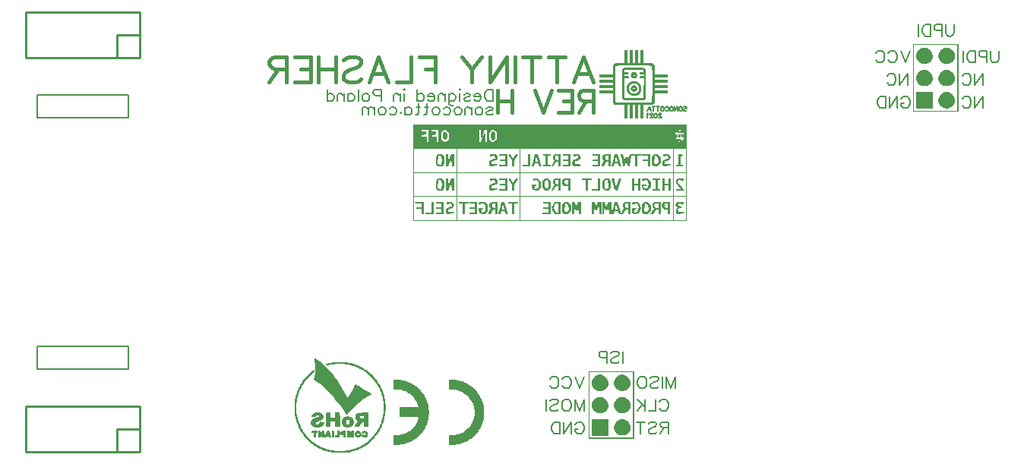
<source format=gbo>
G04 Layer: BottomSilkLayer*
G04 EasyEDA v6.4.25, 2021-12-03T12:42:08+01:00*
G04 2d58df8d6caf48aab7ee05f2cd6f65b2,9c416354eb984020824aaf9c885bead6,10*
G04 Gerber Generator version 0.2*
G04 Scale: 100 percent, Rotated: No, Reflected: No *
G04 Dimensions in inches *
G04 leading zeros omitted , absolute positions ,3 integer and 6 decimal *
%FSLAX36Y36*%
%MOIN*%

%ADD10C,0.0100*%
%ADD14C,0.0157*%
%ADD66C,0.0080*%
%ADD67C,0.0080*%

%LPD*%
G36*
X2378180Y798840D02*
G01*
X2378180Y741280D01*
X2352660Y740860D01*
X2344700Y740600D01*
X2341700Y740380D01*
X2339240Y740080D01*
X2337220Y739659D01*
X2335560Y739100D01*
X2334180Y738379D01*
X2332960Y737480D01*
X2331840Y736360D01*
X2330700Y735020D01*
X2328800Y732420D01*
X2328280Y731280D01*
X2327900Y729800D01*
X2327600Y727780D01*
X2327380Y725000D01*
X2327100Y716380D01*
X2326660Y689760D01*
X2269100Y689760D01*
X2269100Y677159D01*
X2326780Y677159D01*
X2326780Y666680D01*
X2269100Y666680D01*
X2269100Y654100D01*
X2326780Y654100D01*
X2326780Y643600D01*
X2269100Y643600D01*
X2269100Y631020D01*
X2326780Y631020D01*
X2326780Y630880D01*
X2338320Y630880D01*
X2338420Y702780D01*
X2338560Y713300D01*
X2338760Y720280D01*
X2339080Y724479D01*
X2339500Y726680D01*
X2339780Y727300D01*
X2340080Y727720D01*
X2340420Y728020D01*
X2340920Y728280D01*
X2341660Y728520D01*
X2344260Y728900D01*
X2348860Y729180D01*
X2356180Y729380D01*
X2381620Y729580D01*
X2458140Y729580D01*
X2473020Y729520D01*
X2483560Y729380D01*
X2490520Y729180D01*
X2494720Y728860D01*
X2496940Y728439D01*
X2497540Y728160D01*
X2497960Y727860D01*
X2498260Y727520D01*
X2498540Y727020D01*
X2498980Y725180D01*
X2499300Y721680D01*
X2499540Y715800D01*
X2499700Y706880D01*
X2499840Y677200D01*
X2499840Y609800D01*
X2499640Y584380D01*
X2499420Y577420D01*
X2499100Y573220D01*
X2498800Y571420D01*
X2498540Y570660D01*
X2498260Y570160D01*
X2497540Y569540D01*
X2496920Y569280D01*
X2496020Y569060D01*
X2493000Y568700D01*
X2487780Y568440D01*
X2468040Y568160D01*
X2384520Y568100D01*
X2356900Y568260D01*
X2349120Y568460D01*
X2344300Y568740D01*
X2342760Y568920D01*
X2341660Y569140D01*
X2340920Y569380D01*
X2340400Y569680D01*
X2339780Y570400D01*
X2339520Y571020D01*
X2339120Y573200D01*
X2338820Y577240D01*
X2338600Y583820D01*
X2338380Y607280D01*
X2338320Y630880D01*
X2326780Y630880D01*
X2326780Y620520D01*
X2269100Y620520D01*
X2269100Y607940D01*
X2326660Y607940D01*
X2327100Y581300D01*
X2327380Y572680D01*
X2327600Y569920D01*
X2327900Y567880D01*
X2328280Y566420D01*
X2328800Y565280D01*
X2330700Y562680D01*
X2331840Y561320D01*
X2332960Y560220D01*
X2334180Y559300D01*
X2335560Y558580D01*
X2337220Y558020D01*
X2339240Y557600D01*
X2341700Y557300D01*
X2344700Y557080D01*
X2352660Y556820D01*
X2378180Y556420D01*
X2378180Y498840D01*
X2390780Y498840D01*
X2390780Y556540D01*
X2401260Y556540D01*
X2401260Y498840D01*
X2413840Y498840D01*
X2413840Y556540D01*
X2424340Y556540D01*
X2424340Y498840D01*
X2436920Y498840D01*
X2436920Y556540D01*
X2447420Y556540D01*
X2447420Y498840D01*
X2460000Y498840D01*
X2460000Y556540D01*
X2486040Y556540D01*
X2494520Y556700D01*
X2497200Y556880D01*
X2499160Y557160D01*
X2500640Y557580D01*
X2501840Y558160D01*
X2504760Y560120D01*
X2506220Y561240D01*
X2507440Y562360D01*
X2508420Y563600D01*
X2509200Y565000D01*
X2509800Y566680D01*
X2510260Y568720D01*
X2510600Y571220D01*
X2510840Y574260D01*
X2511100Y582340D01*
X2511520Y607940D01*
X2569100Y607940D01*
X2569100Y620520D01*
X2511400Y620520D01*
X2511400Y631020D01*
X2569100Y631020D01*
X2569100Y643600D01*
X2511400Y643600D01*
X2511400Y654100D01*
X2569100Y654100D01*
X2569100Y666680D01*
X2511400Y666680D01*
X2511400Y677159D01*
X2569100Y677159D01*
X2569100Y689760D01*
X2511400Y689760D01*
X2511380Y715300D01*
X2511240Y723640D01*
X2511060Y726380D01*
X2510780Y728460D01*
X2510380Y730080D01*
X2509860Y731440D01*
X2509180Y732760D01*
X2508140Y734500D01*
X2507060Y735980D01*
X2505900Y737240D01*
X2504560Y738259D01*
X2503000Y739100D01*
X2501120Y739760D01*
X2498860Y740280D01*
X2496160Y740639D01*
X2492960Y740900D01*
X2484700Y741140D01*
X2460000Y741160D01*
X2460000Y798840D01*
X2447420Y798840D01*
X2447420Y741160D01*
X2436920Y741160D01*
X2436920Y798840D01*
X2424340Y798840D01*
X2424340Y741160D01*
X2413840Y741160D01*
X2413840Y798840D01*
X2401260Y798840D01*
X2401260Y741160D01*
X2390780Y741160D01*
X2390780Y798840D01*
G37*
G36*
X2439500Y720040D02*
G01*
X2374880Y719659D01*
X2367700Y711820D01*
X2367700Y621160D01*
X2377140Y621160D01*
X2377140Y672980D01*
X2384760Y672980D01*
X2387740Y673060D01*
X2390280Y673300D01*
X2392400Y673720D01*
X2394120Y674320D01*
X2395420Y675100D01*
X2396340Y676060D01*
X2396880Y677240D01*
X2397060Y678580D01*
X2396960Y679960D01*
X2396620Y681040D01*
X2395960Y681900D01*
X2394920Y682540D01*
X2393460Y682980D01*
X2391500Y683259D01*
X2388980Y683420D01*
X2377140Y683460D01*
X2377140Y691860D01*
X2388160Y691900D01*
X2390740Y692080D01*
X2392820Y692380D01*
X2394440Y692840D01*
X2395640Y693439D01*
X2396440Y694220D01*
X2396900Y695180D01*
X2397040Y696340D01*
X2396960Y697920D01*
X2396660Y699180D01*
X2396060Y700140D01*
X2395100Y700879D01*
X2393700Y701400D01*
X2391780Y701760D01*
X2389280Y702020D01*
X2381080Y702440D01*
X2378400Y702860D01*
X2377320Y703620D01*
X2377140Y705000D01*
X2377260Y706080D01*
X2377620Y707200D01*
X2378140Y708259D01*
X2378780Y709080D01*
X2379540Y709580D01*
X2380980Y709960D01*
X2383360Y710240D01*
X2387000Y710460D01*
X2399240Y710680D01*
X2459880Y710740D01*
X2461520Y708400D01*
X2462140Y707360D01*
X2462660Y706200D01*
X2463020Y705120D01*
X2463140Y704200D01*
X2462880Y703240D01*
X2461760Y702660D01*
X2459360Y702400D01*
X2451980Y702280D01*
X2449360Y702120D01*
X2447280Y701780D01*
X2445680Y701300D01*
X2444520Y700620D01*
X2443760Y699740D01*
X2443340Y698640D01*
X2443220Y697280D01*
X2443300Y695720D01*
X2443640Y694479D01*
X2444260Y693540D01*
X2445260Y692840D01*
X2446700Y692360D01*
X2448660Y692060D01*
X2451220Y691900D01*
X2463140Y691860D01*
X2463140Y683460D01*
X2451300Y683420D01*
X2448780Y683259D01*
X2446820Y682980D01*
X2445360Y682540D01*
X2444320Y681900D01*
X2443660Y681040D01*
X2443320Y679960D01*
X2443220Y678580D01*
X2443400Y677220D01*
X2443940Y676060D01*
X2444860Y675100D01*
X2446180Y674320D01*
X2447880Y673720D01*
X2450020Y673300D01*
X2452560Y673060D01*
X2455540Y672980D01*
X2463220Y672980D01*
X2462760Y614460D01*
X2462480Y599760D01*
X2462280Y595200D01*
X2462020Y592100D01*
X2461700Y590220D01*
X2461280Y589260D01*
X2461040Y589040D01*
X2459740Y588760D01*
X2452640Y588340D01*
X2441100Y588080D01*
X2426920Y587980D01*
X2408180Y588040D01*
X2394600Y588280D01*
X2384180Y588620D01*
X2380740Y588860D01*
X2378760Y589120D01*
X2378400Y589260D01*
X2378220Y589560D01*
X2377920Y590900D01*
X2377680Y593360D01*
X2377340Y602040D01*
X2377140Y621160D01*
X2367700Y621160D01*
X2367700Y587020D01*
X2370940Y583340D01*
X2372560Y581740D01*
X2374440Y580340D01*
X2376400Y579240D01*
X2378340Y578520D01*
X2379940Y578280D01*
X2382720Y578060D01*
X2391680Y577780D01*
X2413300Y577660D01*
X2434640Y577820D01*
X2451740Y578120D01*
X2457420Y578420D01*
X2461580Y578860D01*
X2463200Y579160D01*
X2464560Y579520D01*
X2465700Y579940D01*
X2466640Y580440D01*
X2467440Y581000D01*
X2468740Y582380D01*
X2470780Y585580D01*
X2471180Y586460D01*
X2471540Y587620D01*
X2471820Y589220D01*
X2472040Y591480D01*
X2472360Y598760D01*
X2472520Y611020D01*
X2472580Y629820D01*
X2472520Y687580D01*
X2472300Y699280D01*
X2472100Y703640D01*
X2471840Y707159D01*
X2471500Y709960D01*
X2471060Y712120D01*
X2470540Y713760D01*
X2469880Y715000D01*
X2469120Y715939D01*
X2468220Y716720D01*
X2465020Y718680D01*
X2463880Y719120D01*
X2462320Y719440D01*
X2460080Y719700D01*
X2456940Y719880D01*
X2446900Y720040D01*
G37*
G36*
X2419440Y701840D02*
G01*
X2417380Y701640D01*
X2415420Y701160D01*
X2413600Y700400D01*
X2411900Y699380D01*
X2410360Y698139D01*
X2409040Y696700D01*
X2407920Y695060D01*
X2407040Y693280D01*
X2406420Y691340D01*
X2406080Y689300D01*
X2406064Y687620D01*
X2416120Y687620D01*
X2416300Y689000D01*
X2417040Y690320D01*
X2417680Y690920D01*
X2418460Y691400D01*
X2419320Y691740D01*
X2420140Y691860D01*
X2422700Y690960D01*
X2423980Y688840D01*
X2423800Y686280D01*
X2421980Y684100D01*
X2420600Y683580D01*
X2419280Y683640D01*
X2418080Y684180D01*
X2417100Y685100D01*
X2416420Y686280D01*
X2416120Y687620D01*
X2406064Y687620D01*
X2406060Y687159D01*
X2406380Y684940D01*
X2407060Y682700D01*
X2408000Y680620D01*
X2409140Y678840D01*
X2410500Y677360D01*
X2412040Y676140D01*
X2413820Y675220D01*
X2415820Y674560D01*
X2418060Y674160D01*
X2420520Y674020D01*
X2423360Y674140D01*
X2425460Y674700D01*
X2427380Y675939D01*
X2429700Y678100D01*
X2431860Y680400D01*
X2433080Y682320D01*
X2433640Y684380D01*
X2433780Y687099D01*
X2433660Y689419D01*
X2433280Y691540D01*
X2432680Y693480D01*
X2431820Y695240D01*
X2430700Y696800D01*
X2429360Y698180D01*
X2427760Y699380D01*
X2425920Y700400D01*
X2423720Y701240D01*
X2421560Y701720D01*
G37*
G36*
X2420140Y661440D02*
G01*
X2415740Y661320D01*
X2413980Y661140D01*
X2412380Y660860D01*
X2410840Y660440D01*
X2409280Y659880D01*
X2405680Y658240D01*
X2403660Y657159D01*
X2401760Y656000D01*
X2400000Y654760D01*
X2398340Y653439D01*
X2396800Y652039D01*
X2395380Y650580D01*
X2394080Y649020D01*
X2392920Y647380D01*
X2391860Y645660D01*
X2390920Y643860D01*
X2390120Y642000D01*
X2389420Y640040D01*
X2388840Y638000D01*
X2388400Y635880D01*
X2388060Y633680D01*
X2387860Y631420D01*
X2387767Y628160D01*
X2397340Y628160D01*
X2397400Y630400D01*
X2397740Y632660D01*
X2398320Y634940D01*
X2399120Y637180D01*
X2400160Y639380D01*
X2401380Y641480D01*
X2402800Y643439D01*
X2404380Y645280D01*
X2406100Y646919D01*
X2407980Y648340D01*
X2409960Y649539D01*
X2411820Y650300D01*
X2413960Y650900D01*
X2416320Y651320D01*
X2418780Y651560D01*
X2421260Y651600D01*
X2423660Y651440D01*
X2425900Y651080D01*
X2427860Y650520D01*
X2429880Y649659D01*
X2431740Y648620D01*
X2433480Y647440D01*
X2435040Y646120D01*
X2436460Y644659D01*
X2437740Y643100D01*
X2438860Y641440D01*
X2439820Y639680D01*
X2440640Y637860D01*
X2441280Y635980D01*
X2441780Y634040D01*
X2442100Y632080D01*
X2442260Y630080D01*
X2442260Y628080D01*
X2442100Y626100D01*
X2441760Y624120D01*
X2441260Y622180D01*
X2440580Y620280D01*
X2439740Y618440D01*
X2438720Y616660D01*
X2437520Y614980D01*
X2436140Y613400D01*
X2434580Y611920D01*
X2432840Y610560D01*
X2430180Y608860D01*
X2427760Y607920D01*
X2424680Y607500D01*
X2420140Y607420D01*
X2415580Y607500D01*
X2412520Y607920D01*
X2410080Y608880D01*
X2407380Y610600D01*
X2405560Y612040D01*
X2403860Y613680D01*
X2402320Y615480D01*
X2400940Y617400D01*
X2399780Y619440D01*
X2398800Y621580D01*
X2398060Y623760D01*
X2397560Y625980D01*
X2397340Y628160D01*
X2387767Y628160D01*
X2387920Y624560D01*
X2388200Y622480D01*
X2388620Y620500D01*
X2389180Y618580D01*
X2389880Y616720D01*
X2390740Y614920D01*
X2391740Y613140D01*
X2392900Y611400D01*
X2394220Y609660D01*
X2397480Y606020D01*
X2399240Y604340D01*
X2401000Y602860D01*
X2402780Y601560D01*
X2404600Y600440D01*
X2406460Y599500D01*
X2408380Y598700D01*
X2410400Y598080D01*
X2412500Y597600D01*
X2414740Y597260D01*
X2417100Y597060D01*
X2419620Y596980D01*
X2421980Y597020D01*
X2426280Y597380D01*
X2428240Y597740D01*
X2430120Y598200D01*
X2431920Y598800D01*
X2433640Y599520D01*
X2435340Y600380D01*
X2437020Y601400D01*
X2438700Y602560D01*
X2442120Y605400D01*
X2443820Y607060D01*
X2445380Y608800D01*
X2446760Y610620D01*
X2448000Y612520D01*
X2449100Y614480D01*
X2450040Y616500D01*
X2450820Y618560D01*
X2451460Y620680D01*
X2451960Y622800D01*
X2452300Y624960D01*
X2452500Y627140D01*
X2452540Y629300D01*
X2452460Y631480D01*
X2452220Y633640D01*
X2451860Y635780D01*
X2451340Y637900D01*
X2450700Y639980D01*
X2449900Y642020D01*
X2448980Y644000D01*
X2447920Y645939D01*
X2446720Y647780D01*
X2445400Y649560D01*
X2443940Y651260D01*
X2442360Y652860D01*
X2440640Y654360D01*
X2438800Y655759D01*
X2436820Y657020D01*
X2434720Y658180D01*
X2431060Y659860D01*
X2429480Y660440D01*
X2427920Y660860D01*
X2426320Y661140D01*
X2424540Y661320D01*
G37*
G36*
X2420320Y643480D02*
G01*
X2417540Y643160D01*
X2414520Y642159D01*
X2412700Y641260D01*
X2411100Y640180D01*
X2409700Y638920D01*
X2408500Y637520D01*
X2407540Y635980D01*
X2406800Y634320D01*
X2406280Y632580D01*
X2406020Y630780D01*
X2406042Y628580D01*
X2416020Y628580D01*
X2416200Y630280D01*
X2417200Y631860D01*
X2419660Y633040D01*
X2422100Y632500D01*
X2423760Y630680D01*
X2423860Y628020D01*
X2422940Y626360D01*
X2421560Y625400D01*
X2419840Y625200D01*
X2417960Y625820D01*
X2416620Y627000D01*
X2416020Y628580D01*
X2406042Y628580D01*
X2406240Y627020D01*
X2406740Y625120D01*
X2407520Y623240D01*
X2408680Y621140D01*
X2410000Y619400D01*
X2411500Y617960D01*
X2413180Y616860D01*
X2415040Y616060D01*
X2417080Y615580D01*
X2419340Y615420D01*
X2421780Y615540D01*
X2424480Y616000D01*
X2426560Y616740D01*
X2428400Y617980D01*
X2430340Y619880D01*
X2432080Y621980D01*
X2433140Y623880D01*
X2433640Y625940D01*
X2433780Y628640D01*
X2433640Y630900D01*
X2433240Y633060D01*
X2432580Y635060D01*
X2431700Y636900D01*
X2430600Y638540D01*
X2429300Y639960D01*
X2427820Y641140D01*
X2426160Y642039D01*
X2423120Y643120D01*
G37*
G36*
X1450000Y471659D02*
G01*
X1450000Y448340D01*
X1746660Y448340D01*
X1746660Y410340D01*
X1749560Y413500D01*
X1750260Y414460D01*
X1751160Y415980D01*
X1753340Y420379D01*
X1755840Y426100D01*
X1758340Y432500D01*
X1764240Y448340D01*
X1773340Y448340D01*
X1773340Y408340D01*
X1783340Y408340D01*
X1783340Y435000D01*
X1790000Y441659D01*
X1792740Y444300D01*
X1795060Y446220D01*
X1797100Y447420D01*
X1799060Y447920D01*
X1801100Y447720D01*
X1803360Y446860D01*
X1806020Y445319D01*
X1809259Y443140D01*
X1816660Y437960D01*
X1816660Y432060D01*
X2598340Y432060D01*
X2605960Y435319D01*
X2603159Y450000D01*
X2611019Y435000D01*
X2620779Y435000D01*
X2617300Y448340D01*
X2623340Y448340D01*
X2623340Y435000D01*
X2636660Y435000D01*
X2636660Y428340D01*
X2625960Y428340D01*
X2628759Y420900D01*
X2629840Y417360D01*
X2630000Y416400D01*
X2630400Y415860D01*
X2631460Y415400D01*
X2633060Y415100D01*
X2635000Y415000D01*
X2640000Y415000D01*
X2640000Y411659D01*
X2639740Y410379D01*
X2639020Y409320D01*
X2637960Y408600D01*
X2636660Y408340D01*
X2633340Y408340D01*
X2632880Y393340D01*
X2625640Y408340D01*
X2616220Y408340D01*
X2620460Y395000D01*
X2613340Y395000D01*
X2613340Y408340D01*
X2603340Y408340D01*
X2603340Y411659D01*
X2603600Y412960D01*
X2604320Y414020D01*
X2605380Y414739D01*
X2606660Y415000D01*
X2610000Y415000D01*
X2610000Y424660D01*
X2598340Y432060D01*
X1816660Y432060D01*
X1816660Y405379D01*
X1809259Y400180D01*
X1806020Y398000D01*
X1803360Y396480D01*
X1801100Y395600D01*
X1799060Y395420D01*
X1797100Y395920D01*
X1795060Y397120D01*
X1792740Y399020D01*
X1790000Y401659D01*
X1783340Y408340D01*
X1773340Y408340D01*
X1773340Y395000D01*
X1766660Y395000D01*
X1766660Y432060D01*
X1763680Y430200D01*
X1762940Y429500D01*
X1762040Y428180D01*
X1760980Y426320D01*
X1758540Y421300D01*
X1755940Y415060D01*
X1748680Y395000D01*
X1740000Y395000D01*
X1740000Y448340D01*
X1560000Y448340D01*
X1560000Y405379D01*
X1573340Y405379D01*
X1573340Y437960D01*
X1580740Y443140D01*
X1583980Y445319D01*
X1586639Y446860D01*
X1588899Y447720D01*
X1590940Y447920D01*
X1592900Y447420D01*
X1594940Y446220D01*
X1597260Y444300D01*
X1600000Y441659D01*
X1606660Y435000D01*
X1606660Y408340D01*
X1600000Y401659D01*
X1597260Y399020D01*
X1594940Y397120D01*
X1592900Y395920D01*
X1590940Y395420D01*
X1588899Y395600D01*
X1586639Y396480D01*
X1583980Y398000D01*
X1580740Y400180D01*
X1573340Y405379D01*
X1560000Y405379D01*
X1560000Y395000D01*
X1553340Y395000D01*
X1553340Y418340D01*
X1533340Y418340D01*
X1533340Y424560D01*
X1551660Y426659D01*
X1551660Y440000D01*
X1530000Y442080D01*
X1530000Y448340D01*
X1516660Y448340D01*
X1516660Y395000D01*
X1510000Y395000D01*
X1510000Y418340D01*
X1486660Y418340D01*
X1486660Y424580D01*
X1508340Y426659D01*
X1508340Y440000D01*
X1486660Y442080D01*
X1486660Y448340D01*
X1450000Y448340D01*
X1450000Y365000D01*
X2646660Y365000D01*
X2646660Y261660D01*
X2593340Y261660D01*
X2593340Y365000D01*
X2590000Y365000D01*
X2590000Y261660D01*
X1920000Y261660D01*
X1920000Y365000D01*
X1916660Y365000D01*
X1916660Y261660D01*
X1643340Y261660D01*
X1643340Y365000D01*
X1640000Y365000D01*
X1640000Y261660D01*
X1453340Y261660D01*
X1453340Y365000D01*
X1450000Y365000D01*
X1450000Y258340D01*
X2646660Y258340D01*
X2646660Y158340D01*
X2593340Y158340D01*
X2593340Y258340D01*
X2590000Y258340D01*
X2590000Y158340D01*
X1920000Y158340D01*
X1920000Y258340D01*
X1916660Y258340D01*
X1916660Y158340D01*
X1643340Y158340D01*
X1643340Y258340D01*
X1640000Y258340D01*
X1640000Y158340D01*
X1453340Y158340D01*
X1453340Y258340D01*
X1450000Y258340D01*
X1450000Y155000D01*
X2646660Y155000D01*
X2646660Y51660D01*
X2593340Y51660D01*
X2593340Y155000D01*
X2590000Y155000D01*
X2590000Y51660D01*
X1920000Y51660D01*
X1920000Y155000D01*
X1916660Y155000D01*
X1916660Y51660D01*
X1643340Y51660D01*
X1643340Y155000D01*
X1640000Y155000D01*
X1640000Y51660D01*
X1453340Y51660D01*
X1453340Y155000D01*
X1450000Y155000D01*
X1450000Y48339D01*
X2650000Y48339D01*
X2650000Y471659D01*
G37*
G36*
X1588779Y442400D02*
G01*
X1580000Y430400D01*
X1580000Y412939D01*
X1590000Y400000D01*
X1600000Y412939D01*
X1600000Y431200D01*
G37*
G36*
X1802520Y441140D02*
G01*
X1793940Y437860D01*
X1789740Y421100D01*
X1791980Y413880D01*
X1793140Y410900D01*
X1794640Y408100D01*
X1796260Y405820D01*
X1797840Y404360D01*
X1801440Y402040D01*
X1810000Y409140D01*
X1810000Y433660D01*
G37*
G36*
X2613340Y428340D02*
G01*
X2613340Y415000D01*
X2623340Y415000D01*
X2623340Y428340D01*
G37*
G36*
X1998340Y341880D02*
G01*
X1986000Y340000D01*
X1976717Y310840D01*
X1986900Y310840D01*
X1987200Y312320D01*
X1987800Y314480D01*
X1989660Y319760D01*
X1992160Y326180D01*
X1994420Y320319D01*
X1995300Y317800D01*
X1996000Y315280D01*
X1996480Y313040D01*
X1996660Y311400D01*
X1996660Y308340D01*
X1991660Y308340D01*
X1989740Y308540D01*
X1988200Y309060D01*
X1987200Y309860D01*
X1986900Y310840D01*
X1976717Y310840D01*
X1970040Y289160D01*
X1970440Y288840D01*
X1971579Y288580D01*
X1973260Y288400D01*
X1980620Y288340D01*
X1984120Y301660D01*
X1999560Y301660D01*
X2003779Y288340D01*
X2014120Y288340D01*
X2008740Y306940D01*
G37*
G36*
X2348340Y341880D02*
G01*
X2336000Y340000D01*
X2326717Y310840D01*
X2336900Y310840D01*
X2337200Y312320D01*
X2337800Y314480D01*
X2339660Y319760D01*
X2342160Y326180D01*
X2344420Y320319D01*
X2345300Y317800D01*
X2346000Y315280D01*
X2346480Y313040D01*
X2346660Y311400D01*
X2346660Y308340D01*
X2341660Y308340D01*
X2339740Y308540D01*
X2338200Y309060D01*
X2337200Y309860D01*
X2336900Y310840D01*
X2326717Y310840D01*
X2320040Y289160D01*
X2320440Y288840D01*
X2321580Y288580D01*
X2323260Y288400D01*
X2330620Y288340D01*
X2334120Y301660D01*
X2349560Y301660D01*
X2353780Y288340D01*
X2364120Y288340D01*
X2358740Y306940D01*
G37*
G36*
X1556900Y341659D02*
G01*
X1550000Y328780D01*
X1550000Y301220D01*
X1551590Y298260D01*
X1559640Y298260D01*
X1561660Y333280D01*
X1572500Y335319D01*
X1574580Y329900D01*
X1575260Y327720D01*
X1575800Y325220D01*
X1576180Y322460D01*
X1576440Y319500D01*
X1576540Y316440D01*
X1576519Y313360D01*
X1576360Y310340D01*
X1576060Y307440D01*
X1575640Y304740D01*
X1575100Y302320D01*
X1574420Y300280D01*
X1573620Y298680D01*
X1570680Y294020D01*
X1559640Y298260D01*
X1551590Y298260D01*
X1556900Y288340D01*
X1579760Y288340D01*
X1586660Y301220D01*
X1586660Y331200D01*
X1576200Y341659D01*
G37*
G36*
X1593340Y341659D02*
G01*
X1593340Y288340D01*
X1605780Y288340D01*
X1619560Y323340D01*
X1620000Y288340D01*
X1630000Y288340D01*
X1630000Y341659D01*
X1617500Y341659D01*
X1603880Y310000D01*
X1603340Y341659D01*
G37*
G36*
X1786660Y341659D02*
G01*
X1786660Y332360D01*
X1808100Y333340D01*
X1810340Y322480D01*
X1801020Y320140D01*
X1797080Y318960D01*
X1793220Y317460D01*
X1789880Y315860D01*
X1787520Y314320D01*
X1783340Y310860D01*
X1783340Y295820D01*
X1792860Y287900D01*
X1817820Y290000D01*
X1820500Y298200D01*
X1795260Y296660D01*
X1793060Y307220D01*
X1820000Y317800D01*
X1820000Y333660D01*
X1812000Y341659D01*
G37*
G36*
X1826660Y341659D02*
G01*
X1826660Y335000D01*
X1853340Y335000D01*
X1853340Y318340D01*
X1830000Y318340D01*
X1830000Y311660D01*
X1853340Y311660D01*
X1853340Y295000D01*
X1826660Y295000D01*
X1826660Y288340D01*
X1863340Y288340D01*
X1863340Y341659D01*
G37*
G36*
X1874460Y341659D02*
G01*
X1872500Y341500D01*
X1871160Y340980D01*
X1870440Y340020D01*
X1870360Y338519D01*
X1870940Y336440D01*
X1872180Y333660D01*
X1874079Y330120D01*
X1883340Y314840D01*
X1883340Y288340D01*
X1893340Y288340D01*
X1893360Y310000D01*
X1903240Y326060D01*
X1906180Y331200D01*
X1908440Y335480D01*
X1909700Y338400D01*
X1909900Y339159D01*
X1909540Y340140D01*
X1908480Y340940D01*
X1906879Y341460D01*
X1904920Y341659D01*
X1899860Y341659D01*
X1896060Y333340D01*
X1894360Y330100D01*
X1892540Y327440D01*
X1890800Y325660D01*
X1889400Y325000D01*
X1887980Y325660D01*
X1886260Y327440D01*
X1884420Y330100D01*
X1882720Y333340D01*
X1878940Y341659D01*
G37*
G36*
X1953340Y341659D02*
G01*
X1953340Y295000D01*
X1930000Y295000D01*
X1930000Y288340D01*
X1963340Y288340D01*
X1963340Y341659D01*
G37*
G36*
X2020000Y341659D02*
G01*
X2020000Y335000D01*
X2030000Y335000D01*
X2030000Y295000D01*
X2020000Y295000D01*
X2020000Y288340D01*
X2053340Y288340D01*
X2053340Y295000D01*
X2040000Y295000D01*
X2040000Y335000D01*
X2053340Y335000D01*
X2053340Y341659D01*
G37*
G36*
X2071339Y341659D02*
G01*
X2063340Y333660D01*
X2063340Y318720D01*
X2066510Y316760D01*
X2075000Y316760D01*
X2075000Y333240D01*
X2086660Y335480D01*
X2086660Y314520D01*
X2075000Y316760D01*
X2066510Y316760D01*
X2069960Y314640D01*
X2056540Y288340D01*
X2066279Y288340D01*
X2078100Y308340D01*
X2086660Y308340D01*
X2086660Y288340D01*
X2096660Y288340D01*
X2096660Y341659D01*
G37*
G36*
X2106660Y341659D02*
G01*
X2106660Y335000D01*
X2130000Y335000D01*
X2130000Y318340D01*
X2106660Y318340D01*
X2106660Y311660D01*
X2130000Y311660D01*
X2130000Y295000D01*
X2106660Y295000D01*
X2106660Y288340D01*
X2140000Y288340D01*
X2140000Y341659D01*
G37*
G36*
X2153340Y341659D02*
G01*
X2153340Y332360D01*
X2175000Y333340D01*
X2175000Y324280D01*
X2151660Y313300D01*
X2149480Y297960D01*
X2157480Y288340D01*
X2183340Y288340D01*
X2183340Y297640D01*
X2161660Y296660D01*
X2161660Y309900D01*
X2168340Y311140D01*
X2170440Y311660D01*
X2172580Y312440D01*
X2174700Y313460D01*
X2176780Y314660D01*
X2178760Y316020D01*
X2180620Y317500D01*
X2182300Y319060D01*
X2183760Y320680D01*
X2184980Y322299D01*
X2185880Y323920D01*
X2186460Y325480D01*
X2186660Y326940D01*
X2186260Y329000D01*
X2185120Y331480D01*
X2183460Y334060D01*
X2181420Y336420D01*
X2176200Y341659D01*
G37*
G36*
X2236660Y341659D02*
G01*
X2236660Y335000D01*
X2260000Y335000D01*
X2260000Y318340D01*
X2236660Y318340D01*
X2236660Y311660D01*
X2260000Y311660D01*
X2260000Y295000D01*
X2236660Y295000D01*
X2236660Y288340D01*
X2270000Y288340D01*
X2270000Y341659D01*
G37*
G36*
X2316660Y341659D02*
G01*
X2304160Y341620D01*
X2298960Y341360D01*
X2294000Y340720D01*
X2291780Y340300D01*
X2289840Y339799D01*
X2288260Y339240D01*
X2287080Y338660D01*
X2282500Y335760D01*
X2282500Y316940D01*
X2283043Y316760D01*
X2295000Y316760D01*
X2295000Y333240D01*
X2306660Y335480D01*
X2306660Y314520D01*
X2295000Y316760D01*
X2283043Y316760D01*
X2289640Y314560D01*
X2280600Y299620D01*
X2278720Y296140D01*
X2277540Y293400D01*
X2277020Y291360D01*
X2277180Y289920D01*
X2278000Y288980D01*
X2279480Y288480D01*
X2281580Y288340D01*
X2286500Y288340D01*
X2296840Y308340D01*
X2306660Y308340D01*
X2306660Y288340D01*
X2316660Y288340D01*
G37*
G36*
X2362600Y341659D02*
G01*
X2365360Y325360D01*
X2366820Y316020D01*
X2370800Y288000D01*
X2381620Y290080D01*
X2385620Y310000D01*
X2388780Y301500D01*
X2390780Y295740D01*
X2393120Y288340D01*
X2402560Y288340D01*
X2408340Y333340D01*
X2423340Y335460D01*
X2423340Y288340D01*
X2433340Y288340D01*
X2433340Y335000D01*
X2450000Y335000D01*
X2450000Y341659D01*
X2400720Y341659D01*
X2394120Y310000D01*
X2393340Y328340D01*
X2380460Y328340D01*
X2377760Y313340D01*
X2372480Y341659D01*
G37*
G36*
X2452940Y341659D02*
G01*
X2457060Y335000D01*
X2480000Y335000D01*
X2480000Y318340D01*
X2456660Y318340D01*
X2456660Y311660D01*
X2480000Y311660D01*
X2480000Y288340D01*
X2490000Y288340D01*
X2490000Y341659D01*
G37*
G36*
X2507480Y341659D02*
G01*
X2498720Y331100D01*
X2498720Y300740D01*
X2509600Y300740D01*
X2511660Y332819D01*
X2519540Y335400D01*
X2523100Y328760D01*
X2523820Y327260D01*
X2525100Y323680D01*
X2526060Y319740D01*
X2526600Y315920D01*
X2526660Y306280D01*
X2517120Y293340D01*
X2509600Y300740D01*
X2498720Y300740D01*
X2498720Y298900D01*
X2507480Y288340D01*
X2526280Y288340D01*
X2536660Y303160D01*
X2536660Y326840D01*
X2526280Y341659D01*
G37*
G36*
X2546660Y341659D02*
G01*
X2546660Y332360D01*
X2568100Y333340D01*
X2570340Y322480D01*
X2561019Y320140D01*
X2557080Y318960D01*
X2553220Y317460D01*
X2549880Y315860D01*
X2547520Y314320D01*
X2543340Y310860D01*
X2543340Y295820D01*
X2552860Y287900D01*
X2577820Y290000D01*
X2580500Y298200D01*
X2555000Y296660D01*
X2555000Y309120D01*
X2578340Y316660D01*
X2580520Y332040D01*
X2572520Y341659D01*
G37*
G36*
X2613340Y341659D02*
G01*
X2613340Y295000D01*
X2603340Y295000D01*
X2603340Y288340D01*
X2633340Y288340D01*
X2633340Y295000D01*
X2623340Y295000D01*
X2623340Y330880D01*
X2637340Y334560D01*
X2632940Y341659D01*
G37*
G36*
X2482700Y235360D02*
G01*
X2458840Y233340D01*
X2456320Y225640D01*
X2478020Y226660D01*
X2484620Y208340D01*
X2478180Y190000D01*
X2465100Y190000D01*
X2462840Y201660D01*
X2473340Y201660D01*
X2473340Y208340D01*
X2456260Y208340D01*
X2458340Y183340D01*
X2482700Y181300D01*
X2493340Y196480D01*
X2493340Y220180D01*
G37*
G36*
X1556900Y235000D02*
G01*
X1550000Y222100D01*
X1550000Y194560D01*
X1551590Y191600D01*
X1559640Y191600D01*
X1561660Y226600D01*
X1572500Y228660D01*
X1574580Y223220D01*
X1575260Y221060D01*
X1575800Y218560D01*
X1576180Y215780D01*
X1576440Y212840D01*
X1576540Y209780D01*
X1576519Y206700D01*
X1576360Y203660D01*
X1576060Y200760D01*
X1575640Y198060D01*
X1575100Y195660D01*
X1574420Y193619D01*
X1573620Y192020D01*
X1570680Y187360D01*
X1559640Y191600D01*
X1551590Y191600D01*
X1556900Y181660D01*
X1579760Y181660D01*
X1586660Y194560D01*
X1586660Y224520D01*
X1576200Y235000D01*
G37*
G36*
X1593340Y235000D02*
G01*
X1593340Y181660D01*
X1605780Y181660D01*
X1619560Y216660D01*
X1620000Y181660D01*
X1630000Y181660D01*
X1630000Y235000D01*
X1617500Y235000D01*
X1603880Y203340D01*
X1603340Y235000D01*
G37*
G36*
X1786660Y235000D02*
G01*
X1786660Y225680D01*
X1808100Y226660D01*
X1810340Y215799D01*
X1801020Y213460D01*
X1797080Y212280D01*
X1793220Y210799D01*
X1789880Y209180D01*
X1787520Y207659D01*
X1783340Y204180D01*
X1783340Y189140D01*
X1792860Y181240D01*
X1817820Y183340D01*
X1820500Y191520D01*
X1795260Y190000D01*
X1793060Y200539D01*
X1820000Y211119D01*
X1820000Y227000D01*
X1812000Y235000D01*
G37*
G36*
X1826660Y235000D02*
G01*
X1826660Y228340D01*
X1853340Y228340D01*
X1853340Y211660D01*
X1830000Y211660D01*
X1830000Y205000D01*
X1853340Y205000D01*
X1853340Y188340D01*
X1826660Y188340D01*
X1826660Y181660D01*
X1863340Y181660D01*
X1863340Y235000D01*
G37*
G36*
X1874460Y235000D02*
G01*
X1872500Y234840D01*
X1871160Y234320D01*
X1870440Y233359D01*
X1870360Y231860D01*
X1870940Y229760D01*
X1872180Y227000D01*
X1874079Y223460D01*
X1883340Y208180D01*
X1883340Y181660D01*
X1893340Y181660D01*
X1893360Y203340D01*
X1903240Y219400D01*
X1906180Y224540D01*
X1908440Y228820D01*
X1909700Y231720D01*
X1909900Y232500D01*
X1909540Y233480D01*
X1908480Y234259D01*
X1906879Y234800D01*
X1904920Y235000D01*
X1899860Y235000D01*
X1896060Y226660D01*
X1894360Y223440D01*
X1892540Y220780D01*
X1890800Y219000D01*
X1889400Y218340D01*
X1887980Y219000D01*
X1886260Y220780D01*
X1884420Y223440D01*
X1882720Y226660D01*
X1878940Y235000D01*
G37*
G36*
X1976660Y235000D02*
G01*
X1976660Y224540D01*
X1990320Y228880D01*
X2000000Y220859D01*
X2000000Y192380D01*
X1994720Y190360D01*
X1992440Y189579D01*
X1990100Y188920D01*
X1988000Y188500D01*
X1986399Y188340D01*
X1983340Y188340D01*
X1983340Y201660D01*
X1986660Y201660D01*
X1987960Y201920D01*
X1989019Y202640D01*
X1989740Y203700D01*
X1990000Y205000D01*
X1990000Y208340D01*
X1972940Y208340D01*
X1975000Y183340D01*
X1998680Y181340D01*
X2011519Y195539D01*
X2011519Y221140D01*
X1998959Y235000D01*
G37*
G36*
X2027040Y235000D02*
G01*
X2016660Y220180D01*
X2016660Y199600D01*
X2026660Y199600D01*
X2026660Y207520D01*
X2026740Y209240D01*
X2026940Y211100D01*
X2027680Y215000D01*
X2028779Y218760D01*
X2029420Y220420D01*
X2030120Y221880D01*
X2031160Y223700D01*
X2032220Y225219D01*
X2033260Y226439D01*
X2034280Y227380D01*
X2035280Y228039D01*
X2036260Y228400D01*
X2037200Y228520D01*
X2038120Y228359D01*
X2038980Y227940D01*
X2039800Y227260D01*
X2040580Y226340D01*
X2041300Y225180D01*
X2041940Y223760D01*
X2042520Y222120D01*
X2043020Y220260D01*
X2043440Y218180D01*
X2043779Y215859D01*
X2044040Y213340D01*
X2044199Y210620D01*
X2044240Y194579D01*
X2036220Y186660D01*
X2026660Y199600D01*
X2016660Y199600D01*
X2016660Y196480D01*
X2027040Y181660D01*
X2045860Y181660D01*
X2055000Y192700D01*
X2055000Y223980D01*
X2045860Y235000D01*
G37*
G36*
X2071339Y235000D02*
G01*
X2063340Y227000D01*
X2063340Y212060D01*
X2066510Y210100D01*
X2075000Y210100D01*
X2075000Y226580D01*
X2086660Y228820D01*
X2086660Y207840D01*
X2075000Y210100D01*
X2066510Y210100D01*
X2069960Y207979D01*
X2056540Y181660D01*
X2066279Y181660D01*
X2078100Y201660D01*
X2086660Y201660D01*
X2086660Y181660D01*
X2096660Y181660D01*
X2096660Y235000D01*
G37*
G36*
X2110240Y235000D02*
G01*
X2106780Y228560D01*
X2105680Y226340D01*
X2104820Y224240D01*
X2104160Y222220D01*
X2103740Y220280D01*
X2103540Y218420D01*
X2103560Y217480D01*
X2113220Y217480D01*
X2117380Y228340D01*
X2130000Y228340D01*
X2130000Y208340D01*
X2125400Y208340D01*
X2123320Y208700D01*
X2121040Y209680D01*
X2118860Y211140D01*
X2117020Y212920D01*
X2113220Y217480D01*
X2103560Y217480D01*
X2103580Y216620D01*
X2103840Y214880D01*
X2104320Y213220D01*
X2105040Y211580D01*
X2105980Y210000D01*
X2107160Y208440D01*
X2108580Y206900D01*
X2113820Y201660D01*
X2130000Y201660D01*
X2130000Y181660D01*
X2140000Y181660D01*
X2140000Y235000D01*
G37*
G36*
X2190000Y235000D02*
G01*
X2190000Y228340D01*
X2206660Y228340D01*
X2206660Y181660D01*
X2216660Y181660D01*
X2216660Y228340D01*
X2233340Y228340D01*
X2233340Y235000D01*
G37*
G36*
X2260000Y235000D02*
G01*
X2260000Y188340D01*
X2233340Y188340D01*
X2233340Y181660D01*
X2270000Y181660D01*
X2270000Y235000D01*
G37*
G36*
X2290380Y235000D02*
G01*
X2280000Y220180D01*
X2280000Y209720D01*
X2290120Y209720D01*
X2290220Y212760D01*
X2290460Y215700D01*
X2290840Y218440D01*
X2291360Y220920D01*
X2292020Y223060D01*
X2294040Y228340D01*
X2298140Y228340D01*
X2299760Y228240D01*
X2301180Y227960D01*
X2302400Y227460D01*
X2303440Y226720D01*
X2304300Y225660D01*
X2305000Y224300D01*
X2305560Y222600D01*
X2306000Y220500D01*
X2306300Y218000D01*
X2306520Y215040D01*
X2306640Y211620D01*
X2306660Y191460D01*
X2296000Y187360D01*
X2293040Y192020D01*
X2292260Y193600D01*
X2291580Y195640D01*
X2291040Y198039D01*
X2290620Y200740D01*
X2290320Y203619D01*
X2290140Y206660D01*
X2290120Y209720D01*
X2280000Y209720D01*
X2280000Y193860D01*
X2291040Y181660D01*
X2309760Y181660D01*
X2316660Y194560D01*
X2316660Y222100D01*
X2309760Y235000D01*
G37*
G36*
X2320820Y235000D02*
G01*
X2335680Y183340D01*
X2348540Y181400D01*
X2356660Y211740D01*
X2360240Y224160D01*
X2362040Y229760D01*
X2364040Y235000D01*
X2353520Y235000D01*
X2342120Y196660D01*
X2337140Y212800D01*
X2335640Y218440D01*
X2334440Y223619D01*
X2333720Y227719D01*
X2333340Y235000D01*
G37*
G36*
X2410000Y235000D02*
G01*
X2410000Y181660D01*
X2420000Y181660D01*
X2420000Y205000D01*
X2436660Y205000D01*
X2436660Y181660D01*
X2446660Y181660D01*
X2446660Y235000D01*
X2436660Y235000D01*
X2436660Y211660D01*
X2420000Y211660D01*
X2420000Y235000D01*
G37*
G36*
X2500000Y235000D02*
G01*
X2500000Y228340D01*
X2513340Y228340D01*
X2513340Y188340D01*
X2500000Y188340D01*
X2500000Y181660D01*
X2533340Y181660D01*
X2533340Y188340D01*
X2523340Y188340D01*
X2523340Y228340D01*
X2533340Y228340D01*
X2533340Y235000D01*
G37*
G36*
X2543340Y235000D02*
G01*
X2543340Y181660D01*
X2553340Y181660D01*
X2553340Y205000D01*
X2570000Y205000D01*
X2570000Y181660D01*
X2580000Y181660D01*
X2580000Y235000D01*
X2570000Y235000D01*
X2570000Y211660D01*
X2553340Y211660D01*
X2553340Y235000D01*
G37*
G36*
X2610240Y235000D02*
G01*
X2605600Y226240D01*
X2604700Y224140D01*
X2604080Y222240D01*
X2603780Y220420D01*
X2603820Y218640D01*
X2604240Y216840D01*
X2605020Y214920D01*
X2606200Y212860D01*
X2607820Y210580D01*
X2609860Y207979D01*
X2615380Y201680D01*
X2627440Y188340D01*
X2603340Y188340D01*
X2603340Y181660D01*
X2640000Y181660D01*
X2640000Y183800D01*
X2639720Y184520D01*
X2638940Y185780D01*
X2636019Y189620D01*
X2631720Y194740D01*
X2626460Y200620D01*
X2612900Y215320D01*
X2615240Y226660D01*
X2636660Y225680D01*
X2636660Y235000D01*
G37*
G36*
X2636660Y132040D02*
G01*
X2609020Y130000D01*
X2601720Y118360D01*
X2609860Y105300D01*
X2603340Y101280D01*
X2603340Y85820D01*
X2612860Y77900D01*
X2637820Y80000D01*
X2640500Y88200D01*
X2615000Y86660D01*
X2612900Y101440D01*
X2621460Y103580D01*
X2624780Y104620D01*
X2627480Y105900D01*
X2629320Y107220D01*
X2630000Y108460D01*
X2630000Y111199D01*
X2615000Y113340D01*
X2615000Y123340D01*
X2636660Y122360D01*
G37*
G36*
X2435840Y132020D02*
G01*
X2415520Y130000D01*
X2412800Y121720D01*
X2433200Y125800D01*
X2440480Y106660D01*
X2434780Y86660D01*
X2420000Y84540D01*
X2420000Y95940D01*
X2431660Y104780D01*
X2410000Y105000D01*
X2410000Y81800D01*
X2427600Y77380D01*
X2444780Y83420D01*
X2450840Y104540D01*
X2448740Y112880D01*
X2448220Y114660D01*
X2447500Y116540D01*
X2446660Y118440D01*
X2445680Y120340D01*
X2443520Y123859D01*
X2442380Y125360D01*
X2441240Y126620D01*
G37*
G36*
X1765340Y132000D02*
G01*
X1742180Y130000D01*
X1739139Y120719D01*
X1757300Y125280D01*
X1766660Y117520D01*
X1766660Y93000D01*
X1762660Y89000D01*
X1760780Y87440D01*
X1758560Y86180D01*
X1756339Y85320D01*
X1754340Y85000D01*
X1750000Y85000D01*
X1750000Y98340D01*
X1753340Y98340D01*
X1754620Y98600D01*
X1755680Y99320D01*
X1756399Y100380D01*
X1756660Y101660D01*
X1756660Y105000D01*
X1739600Y105000D01*
X1741660Y80000D01*
X1763959Y77860D01*
X1776660Y89360D01*
X1776660Y119480D01*
G37*
G36*
X1851660Y131880D02*
G01*
X1839340Y130000D01*
X1830052Y100840D01*
X1840240Y100840D01*
X1840520Y102320D01*
X1841980Y107060D01*
X1845500Y116180D01*
X1847760Y110320D01*
X1848620Y107800D01*
X1849340Y105280D01*
X1849820Y103040D01*
X1850000Y101400D01*
X1850000Y98340D01*
X1845000Y98340D01*
X1843080Y98539D01*
X1841540Y99060D01*
X1840540Y99860D01*
X1840240Y100840D01*
X1830052Y100840D01*
X1824019Y81460D01*
X1823380Y79160D01*
X1823779Y78840D01*
X1824900Y78580D01*
X1826579Y78400D01*
X1833959Y78340D01*
X1837440Y91660D01*
X1852880Y91660D01*
X1857120Y78340D01*
X1867440Y78340D01*
X1862060Y96940D01*
G37*
G36*
X2348340Y131820D02*
G01*
X2335920Y130000D01*
X2326393Y100840D01*
X2336900Y100840D01*
X2337200Y102320D01*
X2337800Y104480D01*
X2339660Y109760D01*
X2342160Y116180D01*
X2344420Y110320D01*
X2345300Y107800D01*
X2346000Y105280D01*
X2346480Y103040D01*
X2346660Y101400D01*
X2346660Y98340D01*
X2341660Y98340D01*
X2339740Y98539D01*
X2338200Y99060D01*
X2337200Y99860D01*
X2336900Y100840D01*
X2326393Y100840D01*
X2320660Y83340D01*
X2320000Y131660D01*
X2306680Y131660D01*
X2297700Y110000D01*
X2292800Y131660D01*
X2280000Y131660D01*
X2280000Y78340D01*
X2286660Y78340D01*
X2286940Y113340D01*
X2291900Y104160D01*
X2294080Y100600D01*
X2296280Y97700D01*
X2298300Y95719D01*
X2299820Y95000D01*
X2301240Y95719D01*
X2302900Y97700D01*
X2304600Y100600D01*
X2306120Y104160D01*
X2309480Y113340D01*
X2310000Y78340D01*
X2330620Y78340D01*
X2334120Y91660D01*
X2349560Y91660D01*
X2353780Y78340D01*
X2372960Y78340D01*
X2384780Y98340D01*
X2393340Y98340D01*
X2393340Y78340D01*
X2403340Y78340D01*
X2403340Y131660D01*
X2378000Y131660D01*
X2370000Y123660D01*
X2370000Y116660D01*
X2370240Y113699D01*
X2370900Y110800D01*
X2371880Y108280D01*
X2372904Y106760D01*
X2381660Y106760D01*
X2381660Y123240D01*
X2393340Y125480D01*
X2393340Y104520D01*
X2381660Y106760D01*
X2372904Y106760D01*
X2373080Y106500D01*
X2376140Y103340D01*
X2364000Y80060D01*
G37*
G36*
X1459600Y131660D02*
G01*
X1463720Y125000D01*
X1486660Y125000D01*
X1486660Y108340D01*
X1463340Y108340D01*
X1463340Y101660D01*
X1486660Y101660D01*
X1486660Y78340D01*
X1496660Y78340D01*
X1496660Y131660D01*
G37*
G36*
X1530000Y131660D02*
G01*
X1530000Y85000D01*
X1503340Y85000D01*
X1503340Y78340D01*
X1540000Y78340D01*
X1540000Y131660D01*
G37*
G36*
X1550000Y131660D02*
G01*
X1550000Y125000D01*
X1573340Y125000D01*
X1573340Y108340D01*
X1550000Y108340D01*
X1550000Y101660D01*
X1573340Y101660D01*
X1573340Y85000D01*
X1550000Y85000D01*
X1550000Y78340D01*
X1583340Y78340D01*
X1583340Y131660D01*
G37*
G36*
X1596660Y131660D02*
G01*
X1596660Y122360D01*
X1618100Y123340D01*
X1620340Y112480D01*
X1611020Y110140D01*
X1607080Y108960D01*
X1603220Y107460D01*
X1599880Y105860D01*
X1597520Y104320D01*
X1593340Y100860D01*
X1593340Y85820D01*
X1602860Y77900D01*
X1627820Y80000D01*
X1630500Y88200D01*
X1605000Y86660D01*
X1605000Y99120D01*
X1628340Y106660D01*
X1630520Y122040D01*
X1622520Y131660D01*
G37*
G36*
X1650000Y131660D02*
G01*
X1650000Y125000D01*
X1666660Y125000D01*
X1666660Y78340D01*
X1676660Y78340D01*
X1676660Y125000D01*
X1693340Y125000D01*
X1693340Y131660D01*
G37*
G36*
X1696660Y131660D02*
G01*
X1696660Y125000D01*
X1720000Y125000D01*
X1720000Y108340D01*
X1696660Y108340D01*
X1696660Y101660D01*
X1720000Y101660D01*
X1720000Y85000D01*
X1696660Y85000D01*
X1696660Y78340D01*
X1730000Y78340D01*
X1730000Y131660D01*
G37*
G36*
X1820000Y131660D02*
G01*
X1807500Y131620D01*
X1802280Y131360D01*
X1797320Y130719D01*
X1795120Y130300D01*
X1793180Y129800D01*
X1791600Y129240D01*
X1790420Y128660D01*
X1785840Y125760D01*
X1785840Y106940D01*
X1786383Y106760D01*
X1798340Y106760D01*
X1798340Y123240D01*
X1810000Y125480D01*
X1810000Y104520D01*
X1798340Y106760D01*
X1786383Y106760D01*
X1792980Y104560D01*
X1783940Y89620D01*
X1782060Y86140D01*
X1780880Y83400D01*
X1780360Y81359D01*
X1780520Y79920D01*
X1781339Y78980D01*
X1782800Y78480D01*
X1784920Y78340D01*
X1789820Y78340D01*
X1800180Y98340D01*
X1810000Y98340D01*
X1810000Y78340D01*
X1820000Y78340D01*
G37*
G36*
X1866660Y131660D02*
G01*
X1866660Y125000D01*
X1883340Y125000D01*
X1883340Y78340D01*
X1893340Y78340D01*
X1893340Y125000D01*
X1910000Y125000D01*
X1910000Y131660D01*
G37*
G36*
X2020000Y131660D02*
G01*
X2020000Y125000D01*
X2043340Y125000D01*
X2043340Y108340D01*
X2020000Y108340D01*
X2020000Y101660D01*
X2043340Y101660D01*
X2043340Y85000D01*
X2016660Y85000D01*
X2016660Y78340D01*
X2053340Y78340D01*
X2053340Y131660D01*
G37*
G36*
X2073820Y131660D02*
G01*
X2068580Y126440D01*
X2067480Y125220D01*
X2066380Y123760D01*
X2065300Y122120D01*
X2064280Y120360D01*
X2063340Y118520D01*
X2061819Y114840D01*
X2059280Y105000D01*
X2059698Y103340D01*
X2069520Y103340D01*
X2075240Y123280D01*
X2086660Y125480D01*
X2086660Y85000D01*
X2076500Y85000D01*
X2069520Y103340D01*
X2059698Y103340D01*
X2061819Y95160D01*
X2063340Y91480D01*
X2064280Y89640D01*
X2065300Y87880D01*
X2066380Y86240D01*
X2067480Y84780D01*
X2068580Y83560D01*
X2073820Y78340D01*
X2096660Y78340D01*
X2096660Y131660D01*
G37*
G36*
X2114140Y131660D02*
G01*
X2105380Y121100D01*
X2105380Y90740D01*
X2116260Y90740D01*
X2118340Y122820D01*
X2126220Y125399D01*
X2129780Y118760D01*
X2130480Y117260D01*
X2131160Y115540D01*
X2132280Y111740D01*
X2133060Y107780D01*
X2133260Y105920D01*
X2133340Y104179D01*
X2133340Y96280D01*
X2123780Y83340D01*
X2116260Y90740D01*
X2105380Y90740D01*
X2105380Y88900D01*
X2114140Y78340D01*
X2132960Y78340D01*
X2143340Y93160D01*
X2143340Y116840D01*
X2132960Y131660D01*
G37*
G36*
X2146660Y131660D02*
G01*
X2146660Y78340D01*
X2156660Y78340D01*
X2157200Y113340D01*
X2163880Y95000D01*
X2167060Y95000D01*
X2168520Y95600D01*
X2170180Y97200D01*
X2171800Y99580D01*
X2173240Y102500D01*
X2176240Y110000D01*
X2176660Y78340D01*
X2186660Y78340D01*
X2186660Y131660D01*
X2174300Y131660D01*
X2167500Y110000D01*
X2159340Y131660D01*
G37*
G36*
X2233340Y131660D02*
G01*
X2233340Y78340D01*
X2243340Y78340D01*
X2244040Y113340D01*
X2247660Y104160D01*
X2248820Y101420D01*
X2249960Y99200D01*
X2251040Y97500D01*
X2252140Y96320D01*
X2253220Y95680D01*
X2254300Y95540D01*
X2255420Y95940D01*
X2256560Y96860D01*
X2257740Y98300D01*
X2258980Y100280D01*
X2260300Y102800D01*
X2261700Y105840D01*
X2266400Y116660D01*
X2266660Y78340D01*
X2276660Y78340D01*
X2276660Y131660D01*
X2262980Y131660D01*
X2255460Y110079D01*
X2246640Y131660D01*
G37*
G36*
X2464140Y131660D02*
G01*
X2455380Y121100D01*
X2455380Y90740D01*
X2466260Y90740D01*
X2468340Y122820D01*
X2476220Y125399D01*
X2479780Y118760D01*
X2480480Y117260D01*
X2481160Y115540D01*
X2482280Y111740D01*
X2483060Y107780D01*
X2483260Y105920D01*
X2483340Y104179D01*
X2483340Y96280D01*
X2473780Y83340D01*
X2466260Y90740D01*
X2455380Y90740D01*
X2455380Y88900D01*
X2464140Y78340D01*
X2482960Y78340D01*
X2493340Y93160D01*
X2493340Y116840D01*
X2482960Y131660D01*
G37*
G36*
X2508000Y131660D02*
G01*
X2500000Y123660D01*
X2500000Y116660D01*
X2500280Y113680D01*
X2501014Y110800D01*
X2509340Y110800D01*
X2511740Y123340D01*
X2526660Y125460D01*
X2526660Y105000D01*
X2522500Y105060D01*
X2520520Y105300D01*
X2518240Y105920D01*
X2515920Y106840D01*
X2513840Y107960D01*
X2509340Y110800D01*
X2501014Y110800D01*
X2502140Y108080D01*
X2503500Y106160D01*
X2507020Y102640D01*
X2492680Y78340D01*
X2505000Y78380D01*
X2516360Y98340D01*
X2526660Y98340D01*
X2526660Y78340D01*
X2536660Y78340D01*
X2536660Y131660D01*
G37*
G36*
X2576660Y131660D02*
G01*
X2560800Y131560D01*
X2557820Y131380D01*
X2555180Y131080D01*
X2552860Y130660D01*
X2550840Y130079D01*
X2549060Y129320D01*
X2547520Y128379D01*
X2546180Y127240D01*
X2545000Y125879D01*
X2543960Y124300D01*
X2543040Y122460D01*
X2542180Y120360D01*
X2539840Y114060D01*
X2544632Y106760D01*
X2555000Y106760D01*
X2555000Y123240D01*
X2566660Y125480D01*
X2566660Y104520D01*
X2555000Y106760D01*
X2544632Y106760D01*
X2550160Y98340D01*
X2566660Y98340D01*
X2566660Y78340D01*
X2576660Y78340D01*
G37*
G36*
X1019260Y-554900D02*
G01*
X1018300Y-555340D01*
X1017840Y-556480D01*
X1017820Y-558340D01*
X1019479Y-571320D01*
X1020200Y-577940D01*
X1020780Y-584280D01*
X1021220Y-590380D01*
X1021480Y-596240D01*
X1021620Y-601860D01*
X1021580Y-607220D01*
X1021400Y-612340D01*
X1021080Y-617240D01*
X1020600Y-621880D01*
X1019960Y-626320D01*
X1019180Y-630500D01*
X1018240Y-634480D01*
X1017140Y-638240D01*
X1015900Y-641760D01*
X1013379Y-648139D01*
X1013220Y-648700D01*
X1014040Y-649300D01*
X1019680Y-652340D01*
X1025300Y-655200D01*
X1028480Y-656960D01*
X1031840Y-659000D01*
X1035340Y-661300D01*
X1038960Y-663820D01*
X1042720Y-666580D01*
X1050420Y-672660D01*
X1054340Y-675960D01*
X1058260Y-679400D01*
X1062160Y-682960D01*
X1067960Y-688500D01*
X1074240Y-694880D01*
X1081260Y-702260D01*
X1090400Y-712200D01*
X1097500Y-720140D01*
X1103960Y-727600D01*
X1109380Y-734080D01*
X1115160Y-741500D01*
X1119520Y-746900D01*
X1121100Y-748600D01*
X1122540Y-750360D01*
X1127280Y-756720D01*
X1133620Y-765620D01*
X1140520Y-775520D01*
X1146920Y-784960D01*
X1151780Y-792400D01*
X1154860Y-797300D01*
X1156820Y-800220D01*
X1158320Y-802180D01*
X1159140Y-802900D01*
X1159980Y-802240D01*
X1164640Y-797520D01*
X1172140Y-789460D01*
X1180080Y-780699D01*
X1187480Y-772960D01*
X1195160Y-765380D01*
X1201060Y-759840D01*
X1205040Y-756220D01*
X1213060Y-749260D01*
X1221080Y-742680D01*
X1225060Y-739539D01*
X1232920Y-733700D01*
X1240540Y-728420D01*
X1244220Y-726000D01*
X1251340Y-721720D01*
X1254720Y-719860D01*
X1263100Y-715680D01*
X1265980Y-714020D01*
X1267900Y-712620D01*
X1268600Y-711700D01*
X1268420Y-711420D01*
X1267180Y-710360D01*
X1264860Y-708700D01*
X1257560Y-703940D01*
X1247660Y-697780D01*
X1236280Y-690939D01*
X1221740Y-682420D01*
X1211220Y-676460D01*
X1202960Y-671979D01*
X1200000Y-670500D01*
X1198060Y-669659D01*
X1197480Y-669479D01*
X1197220Y-669520D01*
X1195520Y-672440D01*
X1186460Y-689560D01*
X1173960Y-713620D01*
X1168740Y-723319D01*
X1165040Y-729780D01*
X1163620Y-731900D01*
X1163440Y-732000D01*
X1162340Y-730260D01*
X1156740Y-719520D01*
X1147760Y-701660D01*
X1142420Y-691640D01*
X1135500Y-679380D01*
X1128360Y-667460D01*
X1121000Y-655920D01*
X1111920Y-642580D01*
X1105740Y-634040D01*
X1097880Y-623780D01*
X1091520Y-615920D01*
X1085100Y-608380D01*
X1078640Y-601200D01*
X1075380Y-597740D01*
X1068880Y-591120D01*
X1062360Y-584880D01*
X1055840Y-579020D01*
X1049320Y-573600D01*
X1042840Y-568620D01*
X1039620Y-566280D01*
X1033180Y-561980D01*
X1026100Y-557700D01*
X1023060Y-556080D01*
X1020819Y-555140D01*
G37*
G36*
X1129000Y-570880D02*
G01*
X1118580Y-571220D01*
X1113360Y-571540D01*
X1108200Y-571960D01*
X1103060Y-572500D01*
X1098000Y-573140D01*
X1088160Y-574740D01*
X1083400Y-575700D01*
X1078800Y-576760D01*
X1073080Y-578280D01*
X1070400Y-579120D01*
X1068480Y-579920D01*
X1067300Y-580700D01*
X1066760Y-581520D01*
X1066840Y-582420D01*
X1067500Y-583440D01*
X1068660Y-584620D01*
X1069680Y-585480D01*
X1070660Y-586080D01*
X1071820Y-586420D01*
X1073360Y-586480D01*
X1075480Y-586240D01*
X1078380Y-585740D01*
X1092100Y-582760D01*
X1096460Y-581940D01*
X1100680Y-581320D01*
X1105100Y-580880D01*
X1110000Y-580580D01*
X1115700Y-580400D01*
X1130740Y-580280D01*
X1145660Y-580420D01*
X1151280Y-580600D01*
X1156040Y-580900D01*
X1160220Y-581340D01*
X1164140Y-581920D01*
X1168080Y-582700D01*
X1177360Y-584980D01*
X1187200Y-587860D01*
X1191980Y-589460D01*
X1196720Y-591160D01*
X1201360Y-592960D01*
X1205940Y-594860D01*
X1210440Y-596860D01*
X1214880Y-598980D01*
X1219240Y-601180D01*
X1225640Y-604700D01*
X1229820Y-607180D01*
X1235980Y-611100D01*
X1239980Y-613840D01*
X1243920Y-616700D01*
X1247800Y-619660D01*
X1251620Y-622720D01*
X1255360Y-625900D01*
X1259040Y-629180D01*
X1262660Y-632560D01*
X1266220Y-636060D01*
X1269600Y-639560D01*
X1272880Y-643139D01*
X1276060Y-646760D01*
X1282100Y-654200D01*
X1284960Y-658000D01*
X1290360Y-665780D01*
X1292900Y-669740D01*
X1295340Y-673740D01*
X1297680Y-677800D01*
X1299900Y-681900D01*
X1303040Y-688139D01*
X1305940Y-694460D01*
X1307740Y-698720D01*
X1310240Y-705180D01*
X1311759Y-709520D01*
X1314500Y-718280D01*
X1315720Y-722720D01*
X1316819Y-727159D01*
X1318700Y-736120D01*
X1320140Y-745140D01*
X1320700Y-749680D01*
X1321500Y-758780D01*
X1321720Y-763340D01*
X1321879Y-770200D01*
X1321840Y-774780D01*
X1321420Y-783920D01*
X1321060Y-788480D01*
X1320300Y-795320D01*
X1319660Y-799860D01*
X1318899Y-804400D01*
X1318040Y-808920D01*
X1317060Y-813439D01*
X1315980Y-817940D01*
X1314780Y-822400D01*
X1312780Y-829080D01*
X1311300Y-833500D01*
X1309720Y-837880D01*
X1308020Y-842240D01*
X1306200Y-846580D01*
X1304280Y-850879D01*
X1302240Y-855160D01*
X1300100Y-859380D01*
X1297840Y-863580D01*
X1295480Y-867740D01*
X1290400Y-875900D01*
X1287680Y-879940D01*
X1284860Y-883900D01*
X1281900Y-887840D01*
X1278860Y-891680D01*
X1275700Y-895460D01*
X1272460Y-899140D01*
X1269120Y-902720D01*
X1265700Y-906220D01*
X1262180Y-909640D01*
X1258580Y-912940D01*
X1254900Y-916160D01*
X1251120Y-919300D01*
X1247280Y-922320D01*
X1243340Y-925260D01*
X1239340Y-928100D01*
X1235260Y-930840D01*
X1231120Y-933460D01*
X1226900Y-936000D01*
X1222600Y-938420D01*
X1218260Y-940740D01*
X1209360Y-945060D01*
X1204820Y-947039D01*
X1200240Y-948920D01*
X1195600Y-950699D01*
X1190900Y-952360D01*
X1186160Y-953900D01*
X1181360Y-955320D01*
X1176520Y-956640D01*
X1171640Y-957820D01*
X1166700Y-958880D01*
X1161740Y-959840D01*
X1157460Y-960480D01*
X1152760Y-961000D01*
X1147680Y-961400D01*
X1142320Y-961680D01*
X1136740Y-961820D01*
X1131000Y-961860D01*
X1119380Y-961560D01*
X1108020Y-960800D01*
X1102620Y-960240D01*
X1097500Y-959580D01*
X1092740Y-958820D01*
X1088400Y-957940D01*
X1083660Y-956800D01*
X1078960Y-955560D01*
X1074320Y-954200D01*
X1067440Y-951940D01*
X1062900Y-950280D01*
X1058420Y-948520D01*
X1054000Y-946640D01*
X1049620Y-944659D01*
X1045280Y-942560D01*
X1041020Y-940340D01*
X1036800Y-938020D01*
X1032640Y-935600D01*
X1028540Y-933060D01*
X1024500Y-930420D01*
X1020520Y-927680D01*
X1016620Y-924820D01*
X1012760Y-921860D01*
X1008980Y-918800D01*
X1003439Y-914020D01*
X999820Y-910699D01*
X996280Y-907280D01*
X989400Y-900160D01*
X986120Y-896540D01*
X982960Y-892900D01*
X979920Y-889220D01*
X976979Y-885500D01*
X974160Y-881720D01*
X971460Y-877920D01*
X968860Y-874060D01*
X966360Y-870160D01*
X963980Y-866200D01*
X961700Y-862180D01*
X959520Y-858120D01*
X957440Y-854000D01*
X953600Y-845580D01*
X950980Y-839100D01*
X948600Y-832460D01*
X947120Y-827960D01*
X945740Y-823379D01*
X944460Y-818720D01*
X943280Y-814000D01*
X942180Y-809180D01*
X940699Y-801840D01*
X940020Y-797820D01*
X939620Y-794140D01*
X939300Y-789700D01*
X938900Y-779300D01*
X938800Y-770780D01*
X938960Y-759500D01*
X939460Y-749539D01*
X939820Y-745460D01*
X940260Y-742200D01*
X941240Y-736960D01*
X942320Y-731760D01*
X943520Y-726640D01*
X944820Y-721600D01*
X946240Y-716620D01*
X947780Y-711720D01*
X949419Y-706880D01*
X951160Y-702120D01*
X955000Y-692820D01*
X957099Y-688280D01*
X960420Y-681600D01*
X962800Y-677240D01*
X965260Y-672960D01*
X967840Y-668740D01*
X970540Y-664599D01*
X973340Y-660540D01*
X975780Y-657220D01*
X978120Y-654260D01*
X984080Y-647340D01*
X991160Y-639620D01*
X998680Y-631860D01*
X1005920Y-624740D01*
X1009240Y-621660D01*
X1013600Y-617860D01*
X1015380Y-616140D01*
X1016620Y-614320D01*
X1017360Y-612360D01*
X1017600Y-610200D01*
X1017500Y-608500D01*
X1017220Y-607100D01*
X1016820Y-606160D01*
X1016340Y-605820D01*
X1015680Y-605940D01*
X1014800Y-606300D01*
X1012500Y-607660D01*
X1009560Y-609820D01*
X1006060Y-612640D01*
X1002140Y-616040D01*
X997900Y-619900D01*
X988920Y-628520D01*
X984419Y-633100D01*
X980060Y-637680D01*
X975939Y-642180D01*
X972180Y-646480D01*
X968900Y-650460D01*
X966220Y-654040D01*
X963379Y-658180D01*
X960639Y-662420D01*
X958000Y-666760D01*
X955460Y-671200D01*
X953020Y-675720D01*
X950680Y-680320D01*
X948460Y-685000D01*
X946340Y-689760D01*
X944320Y-694580D01*
X942420Y-699460D01*
X940639Y-704419D01*
X938960Y-709419D01*
X937400Y-714479D01*
X935980Y-719580D01*
X934659Y-724720D01*
X933480Y-729900D01*
X932820Y-733500D01*
X932240Y-737700D01*
X931740Y-742420D01*
X931340Y-747560D01*
X931020Y-753040D01*
X930660Y-764680D01*
X930620Y-770660D01*
X930699Y-779640D01*
X931140Y-791120D01*
X931500Y-796460D01*
X931940Y-801440D01*
X932460Y-805939D01*
X933080Y-809900D01*
X933960Y-814120D01*
X935120Y-819020D01*
X936380Y-823860D01*
X937760Y-828660D01*
X939240Y-833420D01*
X941680Y-840420D01*
X943439Y-845040D01*
X945300Y-849599D01*
X947280Y-854080D01*
X949360Y-858520D01*
X951540Y-862900D01*
X953820Y-867220D01*
X956200Y-871460D01*
X958700Y-875660D01*
X963980Y-883840D01*
X966780Y-887820D01*
X969680Y-891760D01*
X972660Y-895600D01*
X978940Y-903100D01*
X982240Y-906740D01*
X985620Y-910300D01*
X990860Y-915500D01*
X994479Y-918880D01*
X998199Y-922180D01*
X1002000Y-925380D01*
X1005939Y-928560D01*
X1009940Y-931640D01*
X1013980Y-934620D01*
X1018020Y-937460D01*
X1022080Y-940180D01*
X1026160Y-942780D01*
X1034380Y-947600D01*
X1038540Y-949840D01*
X1042720Y-951940D01*
X1046940Y-953940D01*
X1051200Y-955819D01*
X1055500Y-957580D01*
X1059840Y-959220D01*
X1064220Y-960759D01*
X1068640Y-962159D01*
X1073120Y-963460D01*
X1077640Y-964659D01*
X1082220Y-965740D01*
X1089200Y-967140D01*
X1093920Y-967940D01*
X1098700Y-968620D01*
X1103540Y-969200D01*
X1110940Y-969860D01*
X1115960Y-970180D01*
X1121060Y-970380D01*
X1126220Y-970480D01*
X1136800Y-970380D01*
X1147180Y-969860D01*
X1152220Y-969460D01*
X1157200Y-968940D01*
X1162100Y-968319D01*
X1166940Y-967600D01*
X1176440Y-965840D01*
X1185680Y-963640D01*
X1192480Y-961700D01*
X1199140Y-959520D01*
X1203520Y-957920D01*
X1207840Y-956220D01*
X1212120Y-954400D01*
X1216340Y-952460D01*
X1220520Y-950420D01*
X1224660Y-948259D01*
X1228760Y-945980D01*
X1232800Y-943600D01*
X1236820Y-941100D01*
X1240800Y-938460D01*
X1246680Y-934320D01*
X1250560Y-931400D01*
X1254420Y-928360D01*
X1258240Y-925200D01*
X1262020Y-921919D01*
X1265780Y-918520D01*
X1269520Y-915000D01*
X1276400Y-908060D01*
X1279700Y-904520D01*
X1282880Y-900939D01*
X1285960Y-897300D01*
X1288940Y-893620D01*
X1291819Y-889880D01*
X1297260Y-882260D01*
X1301060Y-876420D01*
X1303460Y-872480D01*
X1305760Y-868480D01*
X1310060Y-860340D01*
X1313940Y-852000D01*
X1315720Y-847760D01*
X1318959Y-839140D01*
X1320420Y-834760D01*
X1322440Y-828120D01*
X1323640Y-823620D01*
X1324740Y-819060D01*
X1325740Y-814479D01*
X1327420Y-805160D01*
X1328100Y-800420D01*
X1328680Y-795639D01*
X1329520Y-785939D01*
X1329780Y-781020D01*
X1329940Y-776060D01*
X1330000Y-771060D01*
X1329960Y-765740D01*
X1329820Y-760580D01*
X1329259Y-750620D01*
X1328839Y-745819D01*
X1328320Y-741100D01*
X1327680Y-736480D01*
X1326940Y-731919D01*
X1326100Y-727420D01*
X1324620Y-720780D01*
X1323480Y-716380D01*
X1322220Y-712020D01*
X1320120Y-705480D01*
X1318560Y-701120D01*
X1316860Y-696740D01*
X1315040Y-692340D01*
X1311000Y-683379D01*
X1308760Y-678800D01*
X1306540Y-674539D01*
X1304180Y-670280D01*
X1301680Y-666080D01*
X1299040Y-661900D01*
X1296260Y-657760D01*
X1293340Y-653680D01*
X1290320Y-649659D01*
X1287180Y-645680D01*
X1283920Y-641760D01*
X1277080Y-634140D01*
X1269840Y-626800D01*
X1266100Y-623280D01*
X1262260Y-619820D01*
X1256360Y-614820D01*
X1250280Y-610060D01*
X1246160Y-607020D01*
X1241980Y-604080D01*
X1237740Y-601280D01*
X1233460Y-598580D01*
X1229120Y-596020D01*
X1224740Y-593600D01*
X1220340Y-591300D01*
X1215900Y-589140D01*
X1210960Y-586900D01*
X1206140Y-584860D01*
X1201400Y-582980D01*
X1196680Y-581280D01*
X1191940Y-579720D01*
X1187100Y-578300D01*
X1182140Y-577000D01*
X1177000Y-575800D01*
X1171620Y-574660D01*
X1161400Y-572880D01*
X1156680Y-572260D01*
X1151860Y-571760D01*
X1146920Y-571380D01*
X1141880Y-571100D01*
X1134200Y-570880D01*
G37*
G36*
X1029020Y-792660D02*
G01*
X1026240Y-792820D01*
X1023540Y-793120D01*
X1020939Y-793600D01*
X1018460Y-794220D01*
X1016180Y-795000D01*
X1013900Y-796140D01*
X1011740Y-797640D01*
X1009760Y-799400D01*
X1008000Y-801400D01*
X1006540Y-803520D01*
X1005420Y-805720D01*
X1004700Y-807900D01*
X1004460Y-810000D01*
X1004659Y-811580D01*
X1005480Y-812560D01*
X1007140Y-813060D01*
X1017380Y-813720D01*
X1019340Y-813920D01*
X1021220Y-813980D01*
X1022600Y-813640D01*
X1023560Y-812840D01*
X1024200Y-811560D01*
X1025720Y-808980D01*
X1028220Y-807159D01*
X1031300Y-806260D01*
X1034620Y-806460D01*
X1036720Y-807200D01*
X1037880Y-808100D01*
X1038120Y-809120D01*
X1037440Y-810260D01*
X1035900Y-811440D01*
X1033500Y-812680D01*
X1030280Y-813940D01*
X1022760Y-816180D01*
X1016780Y-818220D01*
X1014280Y-819260D01*
X1012060Y-820340D01*
X1010120Y-821440D01*
X1008439Y-822620D01*
X1007000Y-823860D01*
X1005780Y-825200D01*
X1004740Y-826600D01*
X1003900Y-828120D01*
X1003220Y-829760D01*
X1002560Y-832000D01*
X1002140Y-834220D01*
X1001979Y-836440D01*
X1002080Y-838600D01*
X1002400Y-840720D01*
X1002960Y-842780D01*
X1003720Y-844760D01*
X1004700Y-846640D01*
X1005900Y-848439D01*
X1007280Y-850120D01*
X1008860Y-851660D01*
X1010620Y-853060D01*
X1012540Y-854300D01*
X1014640Y-855380D01*
X1016880Y-856260D01*
X1019280Y-856960D01*
X1021700Y-857440D01*
X1024320Y-857780D01*
X1027080Y-857980D01*
X1029940Y-858060D01*
X1032860Y-858020D01*
X1035740Y-857840D01*
X1038560Y-857560D01*
X1041240Y-857159D01*
X1043740Y-856660D01*
X1046020Y-856040D01*
X1048000Y-855340D01*
X1049620Y-854539D01*
X1051420Y-853220D01*
X1053220Y-851460D01*
X1054940Y-849360D01*
X1056540Y-847039D01*
X1057900Y-844640D01*
X1058980Y-842260D01*
X1059680Y-840040D01*
X1059920Y-838100D01*
X1059740Y-836600D01*
X1059080Y-835660D01*
X1057860Y-835140D01*
X1053920Y-834920D01*
X1048860Y-834419D01*
X1043360Y-833680D01*
X1041520Y-833960D01*
X1040380Y-835180D01*
X1039380Y-837600D01*
X1038480Y-839479D01*
X1037220Y-841080D01*
X1035699Y-842400D01*
X1034000Y-843400D01*
X1032180Y-844100D01*
X1030360Y-844500D01*
X1028580Y-844539D01*
X1026940Y-844260D01*
X1025520Y-843620D01*
X1024419Y-842620D01*
X1023700Y-841260D01*
X1023439Y-839520D01*
X1023540Y-838199D01*
X1023960Y-837060D01*
X1024740Y-836040D01*
X1026000Y-835100D01*
X1027820Y-834160D01*
X1030260Y-833180D01*
X1033439Y-832080D01*
X1040440Y-829920D01*
X1043139Y-828960D01*
X1045540Y-827980D01*
X1047680Y-826979D01*
X1049560Y-825920D01*
X1051220Y-824800D01*
X1052660Y-823620D01*
X1053880Y-822340D01*
X1054940Y-820960D01*
X1055820Y-819479D01*
X1056560Y-817860D01*
X1057160Y-816100D01*
X1057640Y-814100D01*
X1057840Y-812120D01*
X1057800Y-810180D01*
X1057520Y-808280D01*
X1056980Y-806440D01*
X1056220Y-804680D01*
X1055200Y-802980D01*
X1053980Y-801360D01*
X1052520Y-799840D01*
X1050840Y-798439D01*
X1048940Y-797140D01*
X1046840Y-795960D01*
X1044740Y-795040D01*
X1042420Y-794260D01*
X1039940Y-793640D01*
X1037300Y-793160D01*
X1034580Y-792840D01*
X1031800Y-792680D01*
G37*
G36*
X1121140Y-793080D02*
G01*
X1117600Y-793120D01*
X1108840Y-793400D01*
X1107980Y-814560D01*
X1089260Y-814560D01*
X1088400Y-793400D01*
X1079380Y-793120D01*
X1075340Y-793120D01*
X1072220Y-793400D01*
X1070020Y-793960D01*
X1068760Y-794780D01*
X1068500Y-795280D01*
X1068080Y-797460D01*
X1067780Y-801180D01*
X1067580Y-806440D01*
X1067480Y-813259D01*
X1067500Y-821640D01*
X1067960Y-856180D01*
X1089120Y-857039D01*
X1089120Y-832080D01*
X1108100Y-832080D01*
X1108100Y-856900D01*
X1130000Y-856900D01*
X1129960Y-815100D01*
X1129840Y-806960D01*
X1129600Y-800980D01*
X1129260Y-796919D01*
X1129040Y-795540D01*
X1128780Y-794539D01*
X1128500Y-793900D01*
X1128180Y-793600D01*
X1126780Y-793340D01*
X1124320Y-793139D01*
G37*
G36*
X1244460Y-793460D02*
G01*
X1236500Y-793540D01*
X1227860Y-793740D01*
X1220680Y-794040D01*
X1214960Y-794479D01*
X1210460Y-795120D01*
X1208600Y-795540D01*
X1206980Y-796020D01*
X1205540Y-796600D01*
X1204280Y-797240D01*
X1203160Y-797980D01*
X1202160Y-798840D01*
X1201240Y-799780D01*
X1200380Y-800840D01*
X1199560Y-802039D01*
X1198600Y-804020D01*
X1197840Y-806620D01*
X1197340Y-809560D01*
X1197172Y-812820D01*
X1217980Y-812820D01*
X1218320Y-811780D01*
X1218940Y-810680D01*
X1219820Y-809640D01*
X1221200Y-808680D01*
X1223140Y-807940D01*
X1225440Y-807440D01*
X1227920Y-807260D01*
X1231220Y-807360D01*
X1232920Y-808000D01*
X1233560Y-809740D01*
X1233640Y-813120D01*
X1233540Y-816300D01*
X1233040Y-818060D01*
X1231820Y-818780D01*
X1229640Y-818920D01*
X1225980Y-818439D01*
X1222400Y-817180D01*
X1219520Y-815500D01*
X1218000Y-813640D01*
X1217980Y-812820D01*
X1197172Y-812820D01*
X1197340Y-816360D01*
X1198120Y-819180D01*
X1199860Y-821760D01*
X1202900Y-824880D01*
X1206180Y-828080D01*
X1207560Y-830000D01*
X1207300Y-831400D01*
X1205660Y-833040D01*
X1204880Y-833940D01*
X1203820Y-835400D01*
X1201180Y-839539D01*
X1198260Y-844599D01*
X1195540Y-849659D01*
X1193560Y-853800D01*
X1192980Y-855260D01*
X1192780Y-856140D01*
X1193700Y-856440D01*
X1196200Y-856680D01*
X1199900Y-856840D01*
X1216100Y-856900D01*
X1222840Y-843580D01*
X1225780Y-838300D01*
X1227060Y-836280D01*
X1228200Y-834680D01*
X1229220Y-833500D01*
X1230120Y-832740D01*
X1230920Y-832400D01*
X1231600Y-832460D01*
X1232160Y-832960D01*
X1232640Y-833840D01*
X1233020Y-835160D01*
X1233300Y-836880D01*
X1233500Y-839000D01*
X1233620Y-841540D01*
X1233640Y-856900D01*
X1255540Y-856900D01*
X1255520Y-817480D01*
X1255180Y-798500D01*
X1254980Y-795180D01*
X1254780Y-793860D01*
X1254180Y-793720D01*
X1250600Y-793520D01*
G37*
G36*
X1164060Y-810120D02*
G01*
X1161320Y-810160D01*
X1158600Y-810400D01*
X1155980Y-810819D01*
X1153460Y-811400D01*
X1151100Y-812180D01*
X1148940Y-813120D01*
X1147060Y-814240D01*
X1145320Y-815580D01*
X1143740Y-817120D01*
X1142300Y-818840D01*
X1141020Y-820699D01*
X1139900Y-822700D01*
X1138960Y-824820D01*
X1138200Y-827020D01*
X1137620Y-829300D01*
X1137240Y-831600D01*
X1137040Y-833920D01*
X1137055Y-834820D01*
X1156360Y-834820D01*
X1156420Y-832620D01*
X1156800Y-830460D01*
X1157520Y-828420D01*
X1158540Y-826580D01*
X1160780Y-824360D01*
X1163340Y-823460D01*
X1166020Y-823880D01*
X1168580Y-825620D01*
X1169860Y-827340D01*
X1170720Y-829440D01*
X1171180Y-831780D01*
X1171260Y-834240D01*
X1170940Y-836700D01*
X1170240Y-839000D01*
X1169160Y-841040D01*
X1167700Y-842680D01*
X1165260Y-844500D01*
X1163360Y-845060D01*
X1161500Y-844340D01*
X1159200Y-842300D01*
X1158020Y-840800D01*
X1157160Y-839000D01*
X1156600Y-836979D01*
X1156360Y-834820D01*
X1137055Y-834820D01*
X1137080Y-836240D01*
X1137320Y-838540D01*
X1137780Y-840780D01*
X1138460Y-842940D01*
X1139380Y-845020D01*
X1140460Y-846880D01*
X1141700Y-848600D01*
X1143060Y-850180D01*
X1144560Y-851620D01*
X1146180Y-852940D01*
X1147900Y-854100D01*
X1149720Y-855120D01*
X1151620Y-856000D01*
X1153580Y-856760D01*
X1155600Y-857360D01*
X1157680Y-857840D01*
X1159780Y-858180D01*
X1161900Y-858360D01*
X1164040Y-858420D01*
X1166180Y-858340D01*
X1168300Y-858120D01*
X1170380Y-857760D01*
X1172440Y-857260D01*
X1174440Y-856620D01*
X1176380Y-855860D01*
X1178260Y-854940D01*
X1180040Y-853900D01*
X1181720Y-852700D01*
X1183300Y-851380D01*
X1184760Y-849920D01*
X1186080Y-848319D01*
X1187260Y-846580D01*
X1188300Y-844720D01*
X1189460Y-841940D01*
X1190420Y-839020D01*
X1191080Y-836300D01*
X1191320Y-834120D01*
X1191200Y-832280D01*
X1190840Y-830360D01*
X1190300Y-828379D01*
X1189540Y-826400D01*
X1188620Y-824419D01*
X1187560Y-822480D01*
X1186340Y-820620D01*
X1185020Y-818880D01*
X1183600Y-817260D01*
X1182080Y-815800D01*
X1180520Y-814539D01*
X1178900Y-813500D01*
X1176840Y-812500D01*
X1174540Y-811680D01*
X1172080Y-811020D01*
X1169480Y-810540D01*
X1166800Y-810240D01*
G37*
G36*
X1077860Y-872940D02*
G01*
X1075700Y-873100D01*
X1073600Y-873560D01*
X1071840Y-874280D01*
X1070600Y-875240D01*
X1070140Y-876400D01*
X1069800Y-877920D01*
X1067500Y-884640D01*
X1065820Y-889020D01*
X1075980Y-889020D01*
X1076100Y-888460D01*
X1076420Y-888000D01*
X1076880Y-887680D01*
X1077440Y-887560D01*
X1078020Y-887680D01*
X1078480Y-888000D01*
X1078800Y-888460D01*
X1078900Y-889020D01*
X1078800Y-889580D01*
X1078480Y-890060D01*
X1078020Y-890360D01*
X1077440Y-890480D01*
X1076880Y-890360D01*
X1076420Y-890060D01*
X1076100Y-889580D01*
X1075980Y-889020D01*
X1065820Y-889020D01*
X1061480Y-899980D01*
X1061440Y-887159D01*
X1061320Y-880879D01*
X1060940Y-876800D01*
X1060260Y-874500D01*
X1059200Y-873500D01*
X1057660Y-873100D01*
X1056100Y-873040D01*
X1054520Y-873300D01*
X1052960Y-873900D01*
X1051460Y-874780D01*
X1050060Y-875939D01*
X1048760Y-877360D01*
X1046500Y-880780D01*
X1045520Y-881979D01*
X1044820Y-882560D01*
X1044460Y-882400D01*
X1043220Y-876880D01*
X1042600Y-874820D01*
X1041740Y-873620D01*
X1040400Y-873160D01*
X1038340Y-873240D01*
X1034380Y-873700D01*
X1033540Y-902159D01*
X1038340Y-902159D01*
X1040939Y-901900D01*
X1043000Y-901000D01*
X1044900Y-899120D01*
X1047140Y-895939D01*
X1051120Y-889760D01*
X1051160Y-901960D01*
X1061460Y-902000D01*
X1066340Y-901900D01*
X1069660Y-901540D01*
X1071660Y-900900D01*
X1072560Y-899900D01*
X1074220Y-898340D01*
X1076920Y-897840D01*
X1079620Y-898379D01*
X1081300Y-899980D01*
X1083340Y-901380D01*
X1087000Y-902159D01*
X1090480Y-902099D01*
X1092040Y-901060D01*
X1091440Y-898720D01*
X1087820Y-888000D01*
X1083780Y-877120D01*
X1082640Y-874560D01*
X1081560Y-873640D01*
X1079900Y-873100D01*
G37*
G36*
X1149420Y-872980D02*
G01*
X1146380Y-873040D01*
X1143240Y-873259D01*
X1140260Y-873660D01*
X1137700Y-874180D01*
X1135840Y-874840D01*
X1134100Y-876100D01*
X1132800Y-877800D01*
X1131940Y-879800D01*
X1131520Y-881979D01*
X1131552Y-883180D01*
X1141680Y-883180D01*
X1141780Y-882620D01*
X1142080Y-882159D01*
X1142520Y-881840D01*
X1143060Y-881720D01*
X1143660Y-881840D01*
X1144280Y-882159D01*
X1144880Y-882620D01*
X1145320Y-883180D01*
X1145500Y-883740D01*
X1145300Y-884220D01*
X1144760Y-884520D01*
X1143960Y-884640D01*
X1143080Y-884520D01*
X1142340Y-884220D01*
X1141860Y-883740D01*
X1141680Y-883180D01*
X1131552Y-883180D01*
X1131580Y-884180D01*
X1132100Y-886280D01*
X1133120Y-888139D01*
X1134620Y-889620D01*
X1136240Y-890520D01*
X1138160Y-891260D01*
X1140160Y-891760D01*
X1144180Y-892099D01*
X1145400Y-892760D01*
X1145940Y-894300D01*
X1146180Y-899900D01*
X1146780Y-901440D01*
X1148320Y-902039D01*
X1151160Y-902159D01*
X1156280Y-902159D01*
X1156280Y-888540D01*
X1156200Y-883160D01*
X1156000Y-878620D01*
X1155680Y-875380D01*
X1155300Y-873940D01*
X1154140Y-873420D01*
X1152100Y-873100D01*
G37*
G36*
X1024760Y-873120D02*
G01*
X1017840Y-873280D01*
X1010540Y-873580D01*
X1008280Y-873800D01*
X1006720Y-874140D01*
X1005759Y-874659D01*
X1005200Y-875380D01*
X1004900Y-876380D01*
X1004720Y-877700D01*
X1004599Y-879860D01*
X1005060Y-881060D01*
X1006360Y-881600D01*
X1008740Y-881720D01*
X1013220Y-881720D01*
X1013220Y-902159D01*
X1023439Y-902159D01*
X1023500Y-886180D01*
X1023920Y-883139D01*
X1024980Y-881940D01*
X1029680Y-881360D01*
X1031300Y-880260D01*
X1031880Y-878420D01*
X1031440Y-875819D01*
X1031080Y-874900D01*
X1030580Y-874220D01*
X1029820Y-873720D01*
X1028680Y-873379D01*
X1027020Y-873199D01*
G37*
G36*
X1166840Y-873139D02*
G01*
X1164760Y-873220D01*
X1159920Y-873700D01*
X1159920Y-901440D01*
X1163940Y-901900D01*
X1166180Y-902000D01*
X1167400Y-901380D01*
X1167920Y-899560D01*
X1168180Y-889760D01*
X1169940Y-895600D01*
X1170960Y-898500D01*
X1172120Y-900360D01*
X1173580Y-901400D01*
X1175600Y-901880D01*
X1177660Y-901940D01*
X1179040Y-901380D01*
X1180040Y-899980D01*
X1180900Y-897500D01*
X1182300Y-892680D01*
X1182420Y-897420D01*
X1182620Y-899960D01*
X1183240Y-901380D01*
X1184580Y-902020D01*
X1186940Y-902159D01*
X1191320Y-902159D01*
X1191320Y-888540D01*
X1191240Y-883160D01*
X1191000Y-878600D01*
X1190680Y-875340D01*
X1190280Y-873860D01*
X1189460Y-873500D01*
X1188040Y-873259D01*
X1186180Y-873180D01*
X1184100Y-873259D01*
X1181320Y-873660D01*
X1179540Y-874580D01*
X1178340Y-876400D01*
X1177260Y-879539D01*
X1175520Y-885380D01*
X1174480Y-880660D01*
X1173920Y-878560D01*
X1173220Y-876820D01*
X1172380Y-875460D01*
X1171340Y-874419D01*
X1170100Y-873720D01*
X1168600Y-873280D01*
G37*
G36*
X1239000Y-873139D02*
G01*
X1236000Y-873520D01*
X1232380Y-874580D01*
X1229080Y-876280D01*
X1226640Y-878580D01*
X1225360Y-881040D01*
X1225640Y-883220D01*
X1227320Y-884260D01*
X1230000Y-884599D01*
X1232680Y-884240D01*
X1234380Y-883180D01*
X1234940Y-882620D01*
X1235800Y-882159D01*
X1236840Y-881840D01*
X1237960Y-881720D01*
X1239560Y-882099D01*
X1240820Y-883100D01*
X1241740Y-884580D01*
X1242280Y-886360D01*
X1242400Y-888319D01*
X1242100Y-890280D01*
X1241320Y-892060D01*
X1240060Y-893540D01*
X1238740Y-894440D01*
X1237640Y-894560D01*
X1236520Y-893860D01*
X1233580Y-890660D01*
X1232220Y-889880D01*
X1230680Y-889840D01*
X1228660Y-890440D01*
X1226060Y-891700D01*
X1225100Y-893160D01*
X1225740Y-895220D01*
X1227920Y-898319D01*
X1229720Y-900260D01*
X1231700Y-901440D01*
X1234300Y-902020D01*
X1238000Y-902159D01*
X1241820Y-902000D01*
X1244480Y-901360D01*
X1246640Y-900000D01*
X1248840Y-897660D01*
X1250380Y-895540D01*
X1251560Y-893220D01*
X1252340Y-890920D01*
X1252620Y-888840D01*
X1252460Y-886620D01*
X1251980Y-884380D01*
X1251220Y-882159D01*
X1250240Y-880080D01*
X1249080Y-878180D01*
X1247780Y-876560D01*
X1246360Y-875280D01*
X1244880Y-874440D01*
X1241840Y-873439D01*
G37*
G36*
X1208500Y-873160D02*
G01*
X1206740Y-873360D01*
X1204980Y-873780D01*
X1203200Y-874400D01*
X1201400Y-875220D01*
X1199560Y-876400D01*
X1197980Y-877880D01*
X1196660Y-879599D01*
X1195620Y-881520D01*
X1194840Y-883600D01*
X1194340Y-885780D01*
X1194177Y-888420D01*
X1204560Y-888420D01*
X1204720Y-886280D01*
X1205340Y-884040D01*
X1206540Y-882580D01*
X1208440Y-881820D01*
X1210520Y-881820D01*
X1212240Y-882700D01*
X1213200Y-885180D01*
X1213180Y-888760D01*
X1212340Y-892140D01*
X1210840Y-894000D01*
X1209160Y-894340D01*
X1207660Y-894060D01*
X1206420Y-893240D01*
X1205440Y-891979D01*
X1204820Y-890340D01*
X1204560Y-888420D01*
X1194177Y-888420D01*
X1194260Y-890260D01*
X1194660Y-892460D01*
X1195400Y-894560D01*
X1196440Y-896520D01*
X1197820Y-898300D01*
X1199920Y-900260D01*
X1202120Y-901440D01*
X1204920Y-902000D01*
X1208820Y-902159D01*
X1212660Y-902000D01*
X1215500Y-901440D01*
X1217760Y-900340D01*
X1219840Y-898580D01*
X1221300Y-896800D01*
X1222380Y-894760D01*
X1223100Y-892520D01*
X1223480Y-890160D01*
X1223540Y-887720D01*
X1223280Y-885300D01*
X1222700Y-882940D01*
X1221840Y-880699D01*
X1220680Y-878680D01*
X1219240Y-876900D01*
X1217560Y-875460D01*
X1215620Y-874419D01*
X1213820Y-873780D01*
X1212040Y-873379D01*
X1210280Y-873160D01*
G37*
G36*
X1099460Y-873180D02*
G01*
X1097940Y-873259D01*
X1096720Y-873439D01*
X1095820Y-873760D01*
X1095140Y-874400D01*
X1094660Y-875500D01*
X1094340Y-877240D01*
X1094120Y-879780D01*
X1093400Y-902159D01*
X1103720Y-902159D01*
X1103720Y-888540D01*
X1103640Y-883160D01*
X1103420Y-878600D01*
X1103080Y-875340D01*
X1102680Y-873880D01*
X1101980Y-873500D01*
X1100860Y-873259D01*
G37*
G36*
X1125900Y-873180D02*
G01*
X1123800Y-873240D01*
X1119060Y-873700D01*
X1118180Y-893400D01*
X1112420Y-893400D01*
X1109220Y-893500D01*
X1107480Y-894040D01*
X1106780Y-895380D01*
X1106640Y-897840D01*
X1106640Y-902280D01*
X1129280Y-901440D01*
X1129800Y-884220D01*
X1129780Y-879860D01*
X1129620Y-876580D01*
X1129340Y-874820D01*
X1128700Y-873980D01*
X1127540Y-873420D01*
G37*
G36*
X1379680Y-649120D02*
G01*
X1363940Y-649320D01*
X1363340Y-692140D01*
X1381500Y-692340D01*
X1387460Y-692600D01*
X1392940Y-693120D01*
X1398080Y-693920D01*
X1403020Y-695020D01*
X1407900Y-696480D01*
X1412880Y-698300D01*
X1418100Y-700520D01*
X1423040Y-702880D01*
X1427340Y-705200D01*
X1431480Y-707700D01*
X1435500Y-710400D01*
X1439360Y-713280D01*
X1443060Y-716340D01*
X1446620Y-719560D01*
X1450000Y-722960D01*
X1453220Y-726540D01*
X1456279Y-730240D01*
X1459160Y-734120D01*
X1461840Y-738139D01*
X1464340Y-742300D01*
X1466660Y-746580D01*
X1468760Y-751000D01*
X1470680Y-755560D01*
X1472860Y-761600D01*
X1473940Y-764900D01*
X1474660Y-767420D01*
X1474920Y-768800D01*
X1474860Y-769040D01*
X1474620Y-769280D01*
X1473460Y-769659D01*
X1471220Y-769940D01*
X1467560Y-770160D01*
X1454920Y-770400D01*
X1391540Y-770460D01*
X1391540Y-813259D01*
X1454920Y-813319D01*
X1467560Y-813560D01*
X1471220Y-813780D01*
X1473460Y-814060D01*
X1474620Y-814440D01*
X1474860Y-814680D01*
X1474920Y-814920D01*
X1474660Y-816300D01*
X1473940Y-818820D01*
X1471540Y-825840D01*
X1469740Y-830460D01*
X1467740Y-834940D01*
X1465520Y-839300D01*
X1463120Y-843520D01*
X1460520Y-847600D01*
X1457740Y-851560D01*
X1454780Y-855340D01*
X1451639Y-858980D01*
X1448340Y-862480D01*
X1444860Y-865780D01*
X1441240Y-868940D01*
X1437440Y-871900D01*
X1433500Y-874700D01*
X1429420Y-877300D01*
X1425200Y-879700D01*
X1420840Y-881919D01*
X1415480Y-884340D01*
X1410400Y-886360D01*
X1405500Y-888000D01*
X1400600Y-889260D01*
X1395580Y-890220D01*
X1390280Y-890860D01*
X1384560Y-891260D01*
X1378300Y-891440D01*
X1363340Y-891580D01*
X1363940Y-934400D01*
X1377020Y-934780D01*
X1381740Y-934760D01*
X1386440Y-934580D01*
X1391160Y-934220D01*
X1395840Y-933700D01*
X1400500Y-933020D01*
X1405140Y-932180D01*
X1409740Y-931200D01*
X1414319Y-930040D01*
X1418839Y-928740D01*
X1423340Y-927300D01*
X1427780Y-925699D01*
X1432160Y-923960D01*
X1436480Y-922080D01*
X1440740Y-920060D01*
X1444940Y-917900D01*
X1449060Y-915600D01*
X1453100Y-913160D01*
X1457080Y-910620D01*
X1460960Y-907920D01*
X1464740Y-905120D01*
X1468440Y-902180D01*
X1472040Y-899120D01*
X1475520Y-895939D01*
X1478899Y-892660D01*
X1482180Y-889240D01*
X1485320Y-885720D01*
X1488360Y-882099D01*
X1491260Y-878360D01*
X1494040Y-874520D01*
X1496940Y-870200D01*
X1499740Y-865819D01*
X1502180Y-861740D01*
X1504340Y-857840D01*
X1506300Y-853940D01*
X1508120Y-849920D01*
X1509860Y-845600D01*
X1511639Y-840860D01*
X1513340Y-835939D01*
X1514760Y-831420D01*
X1516000Y-826979D01*
X1517060Y-822600D01*
X1517940Y-818220D01*
X1518640Y-813780D01*
X1519199Y-809220D01*
X1519600Y-804500D01*
X1519860Y-799560D01*
X1519980Y-794340D01*
X1519980Y-789020D01*
X1519800Y-783880D01*
X1519460Y-778760D01*
X1518940Y-773700D01*
X1518240Y-768680D01*
X1517380Y-763720D01*
X1516360Y-758820D01*
X1515160Y-753960D01*
X1513800Y-749180D01*
X1512280Y-744460D01*
X1510580Y-739800D01*
X1508740Y-735220D01*
X1506720Y-730699D01*
X1504540Y-726260D01*
X1502200Y-721900D01*
X1499720Y-717640D01*
X1497080Y-713439D01*
X1494280Y-709340D01*
X1491320Y-705340D01*
X1488200Y-701420D01*
X1484940Y-697600D01*
X1481540Y-693900D01*
X1477900Y-690200D01*
X1474079Y-686560D01*
X1470160Y-683100D01*
X1466180Y-679800D01*
X1462100Y-676660D01*
X1457940Y-673680D01*
X1453700Y-670879D01*
X1449360Y-668220D01*
X1444960Y-665740D01*
X1440460Y-663420D01*
X1435880Y-661280D01*
X1431220Y-659280D01*
X1426459Y-657460D01*
X1421639Y-655800D01*
X1416720Y-654320D01*
X1411720Y-652980D01*
X1406639Y-651820D01*
X1401480Y-650819D01*
X1396800Y-650100D01*
X1391620Y-649620D01*
X1385680Y-649280D01*
G37*
G36*
X1620280Y-649160D02*
G01*
X1607320Y-649320D01*
X1606720Y-692140D01*
X1625580Y-692380D01*
X1632280Y-692700D01*
X1637880Y-693280D01*
X1640400Y-693680D01*
X1645180Y-694760D01*
X1649760Y-696080D01*
X1654220Y-697600D01*
X1658600Y-699320D01*
X1662860Y-701240D01*
X1667020Y-703340D01*
X1671060Y-705639D01*
X1675000Y-708120D01*
X1678820Y-710800D01*
X1682540Y-713680D01*
X1686160Y-716740D01*
X1689660Y-719980D01*
X1693040Y-723420D01*
X1696279Y-727039D01*
X1699319Y-730740D01*
X1702160Y-734560D01*
X1704800Y-738460D01*
X1707220Y-742460D01*
X1709460Y-746520D01*
X1711480Y-750680D01*
X1713320Y-754900D01*
X1714920Y-759180D01*
X1716339Y-763500D01*
X1717540Y-767900D01*
X1718540Y-772320D01*
X1719340Y-776780D01*
X1719920Y-781280D01*
X1720300Y-785800D01*
X1720460Y-790340D01*
X1720400Y-794900D01*
X1720160Y-799460D01*
X1719680Y-804020D01*
X1719000Y-808560D01*
X1718100Y-813100D01*
X1717000Y-817620D01*
X1715680Y-822120D01*
X1714139Y-826580D01*
X1712380Y-831020D01*
X1710420Y-835400D01*
X1708220Y-839740D01*
X1705820Y-844000D01*
X1703520Y-847560D01*
X1700680Y-851320D01*
X1697420Y-855240D01*
X1693820Y-859200D01*
X1690000Y-863100D01*
X1686020Y-866840D01*
X1682020Y-870360D01*
X1678060Y-873520D01*
X1674240Y-876260D01*
X1670680Y-878480D01*
X1666399Y-880759D01*
X1662000Y-882840D01*
X1657480Y-884720D01*
X1652880Y-886400D01*
X1648200Y-887860D01*
X1643480Y-889120D01*
X1638720Y-890160D01*
X1633959Y-890980D01*
X1629180Y-891580D01*
X1624440Y-891940D01*
X1619740Y-892060D01*
X1615100Y-891960D01*
X1606720Y-891540D01*
X1607320Y-934400D01*
X1621140Y-934760D01*
X1625840Y-934720D01*
X1630520Y-934520D01*
X1635160Y-934140D01*
X1639800Y-933620D01*
X1644400Y-932920D01*
X1648959Y-932080D01*
X1653500Y-931060D01*
X1657980Y-929920D01*
X1662420Y-928600D01*
X1666819Y-927159D01*
X1671180Y-925560D01*
X1675460Y-923820D01*
X1679700Y-921940D01*
X1683860Y-919920D01*
X1687960Y-917780D01*
X1692000Y-915500D01*
X1695960Y-913080D01*
X1699860Y-910540D01*
X1703660Y-907880D01*
X1707380Y-905080D01*
X1711020Y-902180D01*
X1714560Y-899160D01*
X1718000Y-896020D01*
X1721360Y-892760D01*
X1724620Y-889400D01*
X1727760Y-885939D01*
X1730800Y-882380D01*
X1733720Y-878700D01*
X1736519Y-874920D01*
X1739220Y-871060D01*
X1741780Y-867080D01*
X1744220Y-863040D01*
X1746540Y-858880D01*
X1748720Y-854659D01*
X1750760Y-850340D01*
X1752660Y-845939D01*
X1754420Y-841460D01*
X1756100Y-836700D01*
X1757620Y-832020D01*
X1758899Y-827580D01*
X1759980Y-823300D01*
X1760840Y-819060D01*
X1761519Y-814760D01*
X1762040Y-810300D01*
X1762400Y-805560D01*
X1762620Y-800460D01*
X1762720Y-794860D01*
X1762720Y-788860D01*
X1762620Y-783259D01*
X1762400Y-778139D01*
X1762040Y-773420D01*
X1761519Y-768960D01*
X1760840Y-764659D01*
X1759980Y-760420D01*
X1758899Y-756140D01*
X1757620Y-751700D01*
X1756100Y-747000D01*
X1754379Y-742180D01*
X1752560Y-737540D01*
X1750600Y-733000D01*
X1748480Y-728540D01*
X1746220Y-724160D01*
X1743820Y-719880D01*
X1741279Y-715699D01*
X1738600Y-711620D01*
X1735800Y-707640D01*
X1732860Y-703780D01*
X1729820Y-700000D01*
X1726639Y-696340D01*
X1723340Y-692800D01*
X1719920Y-689380D01*
X1716399Y-686060D01*
X1710920Y-681320D01*
X1707120Y-678319D01*
X1701260Y-674060D01*
X1697220Y-671380D01*
X1691000Y-667600D01*
X1686720Y-665260D01*
X1682380Y-663060D01*
X1677960Y-661000D01*
X1673460Y-659100D01*
X1668880Y-657320D01*
X1664220Y-655720D01*
X1659500Y-654260D01*
X1654720Y-652940D01*
X1649860Y-651800D01*
X1644960Y-650819D01*
X1640000Y-650000D01*
X1636360Y-649620D01*
X1631420Y-649340D01*
X1625840Y-649180D01*
G37*
G36*
X3643460Y824680D02*
G01*
X3643460Y819800D01*
X3838600Y819800D01*
X3838600Y531980D01*
X3648340Y531980D01*
X3648340Y819800D01*
X3643460Y819800D01*
X3643460Y527100D01*
X3843460Y527100D01*
X3843460Y824680D01*
G37*
G36*
X3694320Y809340D02*
G01*
X3691000Y809180D01*
X3687740Y808700D01*
X3684540Y807900D01*
X3681460Y806820D01*
X3678480Y805440D01*
X3675640Y803800D01*
X3672940Y801919D01*
X3670400Y799820D01*
X3668060Y797500D01*
X3665920Y795000D01*
X3664000Y792320D01*
X3662320Y789500D01*
X3660880Y786520D01*
X3659740Y783420D01*
X3659260Y781840D01*
X3658560Y778600D01*
X3658159Y775280D01*
X3658120Y771919D01*
X3658220Y770200D01*
X3658720Y766780D01*
X3659580Y763340D01*
X3660160Y761620D01*
X3661640Y758199D01*
X3662540Y756480D01*
X3664660Y753100D01*
X3667240Y749780D01*
X3668700Y748160D01*
X3670460Y746420D01*
X3672280Y744840D01*
X3674200Y743400D01*
X3676180Y742099D01*
X3678240Y740960D01*
X3680340Y739960D01*
X3682500Y739120D01*
X3684720Y738420D01*
X3686960Y737860D01*
X3689220Y737460D01*
X3691520Y737200D01*
X3693820Y737099D01*
X3696139Y737140D01*
X3698440Y737340D01*
X3700760Y737680D01*
X3703039Y738180D01*
X3705320Y738820D01*
X3707559Y739599D01*
X3709760Y740540D01*
X3711920Y741620D01*
X3714040Y742860D01*
X3716080Y744240D01*
X3718080Y745780D01*
X3719980Y747480D01*
X3721780Y749260D01*
X3723399Y751120D01*
X3724880Y753060D01*
X3726200Y755040D01*
X3727360Y757060D01*
X3728360Y759140D01*
X3729200Y761260D01*
X3729880Y763420D01*
X3730400Y765600D01*
X3730760Y767820D01*
X3730960Y770040D01*
X3731019Y772280D01*
X3730899Y774520D01*
X3730640Y776760D01*
X3730220Y779020D01*
X3729640Y781240D01*
X3728900Y783460D01*
X3728000Y785660D01*
X3726940Y787820D01*
X3725720Y789960D01*
X3724360Y792060D01*
X3722820Y794100D01*
X3721139Y796120D01*
X3719300Y798060D01*
X3717720Y799580D01*
X3714480Y802260D01*
X3711180Y804479D01*
X3707840Y806260D01*
X3704460Y807600D01*
X3702760Y808139D01*
X3699380Y808900D01*
X3696000Y809280D01*
G37*
G36*
X3791880Y809340D02*
G01*
X3788560Y809180D01*
X3785299Y808700D01*
X3782120Y807900D01*
X3779020Y806820D01*
X3776040Y805440D01*
X3773200Y803800D01*
X3770500Y801919D01*
X3767960Y799820D01*
X3765620Y797500D01*
X3763480Y795000D01*
X3761560Y792320D01*
X3759880Y789500D01*
X3758440Y786520D01*
X3757300Y783420D01*
X3756820Y781840D01*
X3756120Y778600D01*
X3755720Y775280D01*
X3755680Y771919D01*
X3755779Y770200D01*
X3756280Y766780D01*
X3757140Y763340D01*
X3757720Y761620D01*
X3759200Y758199D01*
X3760100Y756480D01*
X3762220Y753100D01*
X3764800Y749780D01*
X3766280Y748160D01*
X3768020Y746420D01*
X3769840Y744840D01*
X3771760Y743400D01*
X3773740Y742099D01*
X3775800Y740960D01*
X3777900Y739960D01*
X3780059Y739120D01*
X3782280Y738420D01*
X3784520Y737860D01*
X3786780Y737460D01*
X3789080Y737200D01*
X3791380Y737099D01*
X3793700Y737140D01*
X3796000Y737340D01*
X3798320Y737680D01*
X3800600Y738180D01*
X3802880Y738820D01*
X3805120Y739599D01*
X3807320Y740540D01*
X3809480Y741620D01*
X3811600Y742860D01*
X3813639Y744240D01*
X3815640Y745780D01*
X3817540Y747480D01*
X3819340Y749260D01*
X3820960Y751120D01*
X3822440Y753060D01*
X3823759Y755040D01*
X3824920Y757060D01*
X3825920Y759140D01*
X3826760Y761260D01*
X3827440Y763420D01*
X3827960Y765600D01*
X3828320Y767820D01*
X3828519Y770040D01*
X3828580Y772280D01*
X3828460Y774520D01*
X3828200Y776760D01*
X3827780Y779020D01*
X3827200Y781240D01*
X3826460Y783460D01*
X3825560Y785660D01*
X3824500Y787820D01*
X3823279Y789960D01*
X3821920Y792060D01*
X3820380Y794100D01*
X3818700Y796120D01*
X3816860Y798060D01*
X3815280Y799580D01*
X3812040Y802260D01*
X3808740Y804479D01*
X3805400Y806260D01*
X3802020Y807600D01*
X3800320Y808139D01*
X3796940Y808900D01*
X3793560Y809280D01*
G37*
G36*
X3694320Y711780D02*
G01*
X3691000Y711620D01*
X3687740Y711140D01*
X3684540Y710340D01*
X3681460Y709260D01*
X3678480Y707880D01*
X3675640Y706240D01*
X3672940Y704360D01*
X3670400Y702260D01*
X3668060Y699940D01*
X3665920Y697440D01*
X3664000Y694760D01*
X3662320Y691919D01*
X3660880Y688960D01*
X3659740Y685860D01*
X3659260Y684280D01*
X3658560Y681040D01*
X3658159Y677720D01*
X3658120Y674360D01*
X3658220Y672640D01*
X3658720Y669220D01*
X3659580Y665780D01*
X3660160Y664060D01*
X3661640Y660620D01*
X3663540Y657240D01*
X3664660Y655540D01*
X3667240Y652220D01*
X3668700Y650600D01*
X3670460Y648860D01*
X3672280Y647280D01*
X3674200Y645840D01*
X3676180Y644539D01*
X3678240Y643400D01*
X3680340Y642400D01*
X3682500Y641560D01*
X3684720Y640860D01*
X3686960Y640300D01*
X3689220Y639900D01*
X3691520Y639640D01*
X3693820Y639540D01*
X3696139Y639580D01*
X3698440Y639780D01*
X3700760Y640120D01*
X3703039Y640620D01*
X3705320Y641260D01*
X3707559Y642039D01*
X3709760Y642980D01*
X3711920Y644060D01*
X3714040Y645300D01*
X3716080Y646680D01*
X3718080Y648220D01*
X3719980Y649920D01*
X3721780Y651700D01*
X3723399Y653560D01*
X3724880Y655500D01*
X3726200Y657480D01*
X3727360Y659500D01*
X3728360Y661580D01*
X3729200Y663700D01*
X3729880Y665860D01*
X3730400Y668040D01*
X3730760Y670260D01*
X3730960Y672480D01*
X3731019Y674720D01*
X3730899Y676960D01*
X3730640Y679200D01*
X3730220Y681460D01*
X3729640Y683680D01*
X3728900Y685900D01*
X3728000Y688100D01*
X3726940Y690260D01*
X3725720Y692400D01*
X3724360Y694500D01*
X3722820Y696540D01*
X3721139Y698560D01*
X3719300Y700500D01*
X3717720Y702020D01*
X3714480Y704700D01*
X3711180Y706919D01*
X3707840Y708700D01*
X3704460Y710040D01*
X3702760Y710580D01*
X3699380Y711340D01*
X3696000Y711720D01*
G37*
G36*
X3791880Y711780D02*
G01*
X3788560Y711620D01*
X3785299Y711140D01*
X3782120Y710340D01*
X3779020Y709260D01*
X3776040Y707880D01*
X3773200Y706240D01*
X3770500Y704360D01*
X3767960Y702260D01*
X3765620Y699940D01*
X3763480Y697440D01*
X3761560Y694760D01*
X3759880Y691919D01*
X3758440Y688960D01*
X3757300Y685860D01*
X3756820Y684280D01*
X3756120Y681040D01*
X3755720Y677720D01*
X3755680Y674360D01*
X3755779Y672640D01*
X3756280Y669220D01*
X3757140Y665780D01*
X3757720Y664060D01*
X3759200Y660620D01*
X3761100Y657240D01*
X3762220Y655540D01*
X3764800Y652220D01*
X3766280Y650600D01*
X3768020Y648860D01*
X3769840Y647280D01*
X3771760Y645840D01*
X3773740Y644539D01*
X3775800Y643400D01*
X3777900Y642400D01*
X3780059Y641560D01*
X3782280Y640860D01*
X3784520Y640300D01*
X3786780Y639900D01*
X3789080Y639640D01*
X3791380Y639540D01*
X3793700Y639580D01*
X3796000Y639780D01*
X3798320Y640120D01*
X3800600Y640620D01*
X3802880Y641260D01*
X3805120Y642039D01*
X3807320Y642980D01*
X3809480Y644060D01*
X3811600Y645300D01*
X3813639Y646680D01*
X3815640Y648220D01*
X3817540Y649920D01*
X3819340Y651700D01*
X3820960Y653560D01*
X3822440Y655500D01*
X3823759Y657480D01*
X3824920Y659500D01*
X3825920Y661580D01*
X3826760Y663700D01*
X3827440Y665860D01*
X3827960Y668040D01*
X3828320Y670260D01*
X3828519Y672480D01*
X3828580Y674720D01*
X3828460Y676960D01*
X3828200Y679200D01*
X3827780Y681460D01*
X3827200Y683680D01*
X3826460Y685900D01*
X3825560Y688100D01*
X3824500Y690260D01*
X3823279Y692400D01*
X3821920Y694500D01*
X3820380Y696540D01*
X3818700Y698560D01*
X3816860Y700500D01*
X3815280Y702020D01*
X3812040Y704700D01*
X3808740Y706919D01*
X3805400Y708700D01*
X3802020Y710040D01*
X3800320Y710580D01*
X3796940Y711340D01*
X3793560Y711720D01*
G37*
G36*
X3658100Y614920D02*
G01*
X3658100Y541740D01*
X3731280Y541740D01*
X3731280Y614920D01*
G37*
G36*
X3791880Y614220D02*
G01*
X3788560Y614060D01*
X3785299Y613580D01*
X3782120Y612780D01*
X3779020Y611700D01*
X3776040Y610320D01*
X3773200Y608680D01*
X3770500Y606800D01*
X3767960Y604700D01*
X3765620Y602380D01*
X3763480Y599880D01*
X3761560Y597200D01*
X3759880Y594360D01*
X3758440Y591400D01*
X3757300Y588300D01*
X3756820Y586720D01*
X3756120Y583480D01*
X3755720Y580160D01*
X3755680Y576800D01*
X3755779Y575080D01*
X3756280Y571660D01*
X3757140Y568220D01*
X3757720Y566500D01*
X3759200Y563060D01*
X3761100Y559660D01*
X3762220Y557980D01*
X3764800Y554660D01*
X3766280Y553040D01*
X3768020Y551300D01*
X3769840Y549720D01*
X3771760Y548280D01*
X3773740Y546980D01*
X3775800Y545840D01*
X3777900Y544840D01*
X3780059Y544000D01*
X3782280Y543300D01*
X3784520Y542740D01*
X3786780Y542340D01*
X3789080Y542080D01*
X3791380Y541980D01*
X3793700Y542020D01*
X3796000Y542220D01*
X3798320Y542560D01*
X3800600Y543040D01*
X3802880Y543680D01*
X3805120Y544480D01*
X3807320Y545420D01*
X3809480Y546500D01*
X3811600Y547740D01*
X3813639Y549120D01*
X3815640Y550660D01*
X3817540Y552360D01*
X3819340Y554140D01*
X3820960Y556000D01*
X3822440Y557940D01*
X3823759Y559920D01*
X3824920Y561940D01*
X3825920Y564020D01*
X3826760Y566140D01*
X3827440Y568300D01*
X3827960Y570480D01*
X3828320Y572700D01*
X3828519Y574920D01*
X3828580Y577160D01*
X3828460Y579400D01*
X3828200Y581640D01*
X3827780Y583880D01*
X3827200Y586120D01*
X3826460Y588340D01*
X3825560Y590540D01*
X3824500Y592700D01*
X3823279Y594840D01*
X3821920Y596940D01*
X3820380Y598980D01*
X3818700Y601000D01*
X3816860Y602940D01*
X3815280Y604460D01*
X3812040Y607140D01*
X3810400Y608300D01*
X3807080Y610300D01*
X3803700Y611860D01*
X3800320Y613020D01*
X3796940Y613780D01*
X3793560Y614160D01*
G37*
G36*
X2220000Y-611220D02*
G01*
X2220000Y-616100D01*
X2415120Y-616100D01*
X2415120Y-903900D01*
X2224880Y-903900D01*
X2224880Y-616100D01*
X2220000Y-616100D01*
X2220000Y-908780D01*
X2420000Y-908780D01*
X2420000Y-611220D01*
G37*
G36*
X2270840Y-626560D02*
G01*
X2267520Y-626700D01*
X2264260Y-627180D01*
X2261080Y-627980D01*
X2257980Y-629080D01*
X2255020Y-630440D01*
X2252160Y-632080D01*
X2249460Y-633960D01*
X2246940Y-636060D01*
X2244600Y-638380D01*
X2242440Y-640879D01*
X2240520Y-643560D01*
X2238840Y-646400D01*
X2237420Y-649380D01*
X2236260Y-652460D01*
X2235400Y-655660D01*
X2234840Y-658940D01*
X2234620Y-662280D01*
X2234760Y-665680D01*
X2234940Y-667400D01*
X2235620Y-670819D01*
X2236700Y-674280D01*
X2237380Y-675980D01*
X2239080Y-679400D01*
X2240080Y-681100D01*
X2242420Y-684440D01*
X2245240Y-687740D01*
X2246980Y-689460D01*
X2248820Y-691060D01*
X2250740Y-692500D01*
X2252720Y-693780D01*
X2254760Y-694940D01*
X2256880Y-695920D01*
X2259040Y-696780D01*
X2261240Y-697480D01*
X2263480Y-698020D01*
X2265760Y-698420D01*
X2268040Y-698680D01*
X2270360Y-698780D01*
X2272660Y-698740D01*
X2274980Y-698560D01*
X2277280Y-698199D01*
X2279580Y-697720D01*
X2281840Y-697080D01*
X2284080Y-696300D01*
X2286300Y-695360D01*
X2288460Y-694260D01*
X2290560Y-693020D01*
X2292620Y-691640D01*
X2294600Y-690100D01*
X2296520Y-688420D01*
X2298300Y-686620D01*
X2299940Y-684760D01*
X2301420Y-682840D01*
X2302720Y-680860D01*
X2303880Y-678820D01*
X2304880Y-676740D01*
X2305720Y-674620D01*
X2306400Y-672460D01*
X2306920Y-670280D01*
X2307300Y-668080D01*
X2307500Y-665860D01*
X2307540Y-663620D01*
X2307440Y-661360D01*
X2307160Y-659120D01*
X2306740Y-656880D01*
X2306160Y-654640D01*
X2305420Y-652440D01*
X2304520Y-650240D01*
X2303460Y-648060D01*
X2302260Y-645939D01*
X2300880Y-643840D01*
X2299360Y-641780D01*
X2297680Y-639780D01*
X2295820Y-637820D01*
X2292640Y-634920D01*
X2291020Y-633640D01*
X2287720Y-631420D01*
X2284360Y-629640D01*
X2282680Y-628900D01*
X2279300Y-627760D01*
X2277600Y-627320D01*
X2274220Y-626760D01*
G37*
G36*
X2368400Y-626560D02*
G01*
X2365080Y-626700D01*
X2361820Y-627180D01*
X2358640Y-627980D01*
X2355560Y-629080D01*
X2352580Y-630440D01*
X2349720Y-632080D01*
X2347020Y-633960D01*
X2344500Y-636060D01*
X2342160Y-638380D01*
X2340000Y-640879D01*
X2338080Y-643560D01*
X2336400Y-646400D01*
X2334980Y-649380D01*
X2333820Y-652460D01*
X2332960Y-655660D01*
X2332640Y-657280D01*
X2332260Y-660600D01*
X2332180Y-662280D01*
X2332320Y-665680D01*
X2332800Y-669100D01*
X2333180Y-670819D01*
X2334260Y-674280D01*
X2334940Y-675980D01*
X2336640Y-679400D01*
X2337640Y-681100D01*
X2339980Y-684440D01*
X2342800Y-687740D01*
X2344540Y-689460D01*
X2346380Y-691060D01*
X2348300Y-692500D01*
X2350280Y-693780D01*
X2352320Y-694940D01*
X2354440Y-695920D01*
X2356600Y-696780D01*
X2358800Y-697480D01*
X2361040Y-698020D01*
X2363320Y-698420D01*
X2365600Y-698680D01*
X2367920Y-698780D01*
X2370220Y-698740D01*
X2372540Y-698560D01*
X2374840Y-698199D01*
X2377140Y-697720D01*
X2379400Y-697080D01*
X2381640Y-696300D01*
X2383860Y-695360D01*
X2386020Y-694260D01*
X2388120Y-693020D01*
X2390180Y-691640D01*
X2392160Y-690100D01*
X2394080Y-688420D01*
X2395860Y-686620D01*
X2397500Y-684760D01*
X2398980Y-682840D01*
X2400280Y-680860D01*
X2401440Y-678820D01*
X2402440Y-676740D01*
X2403280Y-674620D01*
X2403960Y-672460D01*
X2404480Y-670280D01*
X2404860Y-668080D01*
X2405060Y-665860D01*
X2405100Y-663620D01*
X2405000Y-661360D01*
X2404740Y-659120D01*
X2404300Y-656880D01*
X2403720Y-654640D01*
X2402980Y-652440D01*
X2402080Y-650240D01*
X2401020Y-648060D01*
X2399820Y-645939D01*
X2398440Y-643840D01*
X2396920Y-641780D01*
X2395240Y-639780D01*
X2393400Y-637820D01*
X2390200Y-634920D01*
X2388580Y-633640D01*
X2385280Y-631420D01*
X2381920Y-629640D01*
X2380240Y-628900D01*
X2376860Y-627760D01*
X2375160Y-627320D01*
X2371780Y-626760D01*
G37*
G36*
X2270840Y-724120D02*
G01*
X2267520Y-724260D01*
X2264260Y-724740D01*
X2261080Y-725540D01*
X2257980Y-726640D01*
X2255020Y-728000D01*
X2252160Y-729640D01*
X2249460Y-731520D01*
X2246940Y-733620D01*
X2244600Y-735939D01*
X2242440Y-738439D01*
X2240520Y-741120D01*
X2238840Y-743960D01*
X2237420Y-746940D01*
X2236260Y-750020D01*
X2235400Y-753220D01*
X2234840Y-756500D01*
X2234620Y-759840D01*
X2234760Y-763240D01*
X2234940Y-764960D01*
X2235620Y-768400D01*
X2236700Y-771840D01*
X2237380Y-773540D01*
X2239080Y-776960D01*
X2240080Y-778660D01*
X2242420Y-782020D01*
X2245240Y-785300D01*
X2246980Y-787039D01*
X2248820Y-788620D01*
X2250740Y-790060D01*
X2252720Y-791340D01*
X2254760Y-792500D01*
X2256880Y-793480D01*
X2259040Y-794340D01*
X2261240Y-795040D01*
X2263480Y-795580D01*
X2265760Y-795980D01*
X2268040Y-796240D01*
X2270360Y-796340D01*
X2272660Y-796300D01*
X2274980Y-796120D01*
X2277280Y-795780D01*
X2279580Y-795280D01*
X2281840Y-794640D01*
X2284080Y-793860D01*
X2286300Y-792920D01*
X2288460Y-791820D01*
X2290560Y-790580D01*
X2292620Y-789200D01*
X2294600Y-787660D01*
X2296520Y-785980D01*
X2298300Y-784180D01*
X2299940Y-782320D01*
X2301420Y-780400D01*
X2302720Y-778420D01*
X2303880Y-776380D01*
X2304880Y-774300D01*
X2305720Y-772180D01*
X2306400Y-770020D01*
X2306920Y-767840D01*
X2307300Y-765639D01*
X2307500Y-763420D01*
X2307540Y-761180D01*
X2307440Y-758920D01*
X2307160Y-756680D01*
X2306740Y-754440D01*
X2306160Y-752200D01*
X2305420Y-750000D01*
X2304520Y-747800D01*
X2303460Y-745639D01*
X2302260Y-743500D01*
X2300880Y-741400D01*
X2299360Y-739340D01*
X2297680Y-737340D01*
X2295820Y-735380D01*
X2292640Y-732480D01*
X2291020Y-731200D01*
X2287720Y-728980D01*
X2284360Y-727200D01*
X2280980Y-725840D01*
X2277600Y-724880D01*
X2274220Y-724320D01*
G37*
G36*
X2368400Y-724120D02*
G01*
X2365080Y-724260D01*
X2361820Y-724740D01*
X2358640Y-725540D01*
X2355560Y-726640D01*
X2352580Y-728000D01*
X2349720Y-729640D01*
X2347020Y-731520D01*
X2344500Y-733620D01*
X2342160Y-735939D01*
X2340000Y-738439D01*
X2338080Y-741120D01*
X2336400Y-743960D01*
X2334980Y-746940D01*
X2333820Y-750020D01*
X2332960Y-753220D01*
X2332420Y-756500D01*
X2332180Y-759840D01*
X2332320Y-763240D01*
X2332800Y-766680D01*
X2333180Y-768400D01*
X2334260Y-771840D01*
X2334940Y-773540D01*
X2336640Y-776960D01*
X2337640Y-778660D01*
X2339980Y-782020D01*
X2342800Y-785300D01*
X2344540Y-787039D01*
X2346380Y-788620D01*
X2348300Y-790060D01*
X2350280Y-791340D01*
X2352320Y-792500D01*
X2354440Y-793480D01*
X2356600Y-794340D01*
X2358800Y-795040D01*
X2361040Y-795580D01*
X2363320Y-795980D01*
X2365600Y-796240D01*
X2367920Y-796340D01*
X2370220Y-796300D01*
X2372540Y-796120D01*
X2374840Y-795780D01*
X2377140Y-795280D01*
X2379400Y-794640D01*
X2381640Y-793860D01*
X2383860Y-792920D01*
X2386020Y-791820D01*
X2388120Y-790580D01*
X2390180Y-789200D01*
X2392160Y-787660D01*
X2394080Y-785980D01*
X2395860Y-784180D01*
X2397500Y-782320D01*
X2398980Y-780400D01*
X2400280Y-778420D01*
X2401440Y-776380D01*
X2402440Y-774300D01*
X2403280Y-772180D01*
X2403960Y-770020D01*
X2404480Y-767840D01*
X2404860Y-765639D01*
X2405060Y-763420D01*
X2405100Y-761180D01*
X2405000Y-758920D01*
X2404740Y-756680D01*
X2404300Y-754440D01*
X2403720Y-752200D01*
X2402980Y-750000D01*
X2402080Y-747800D01*
X2401020Y-745639D01*
X2399820Y-743500D01*
X2398440Y-741400D01*
X2396920Y-739340D01*
X2395240Y-737340D01*
X2393400Y-735380D01*
X2390200Y-732480D01*
X2388580Y-731200D01*
X2385280Y-728980D01*
X2381920Y-727200D01*
X2378540Y-725840D01*
X2375160Y-724880D01*
X2371780Y-724320D01*
G37*
G36*
X2234640Y-820980D02*
G01*
X2234640Y-894140D01*
X2307800Y-894140D01*
X2307800Y-820980D01*
G37*
G36*
X2368400Y-821680D02*
G01*
X2365080Y-821820D01*
X2361820Y-822300D01*
X2358640Y-823100D01*
X2355560Y-824200D01*
X2352580Y-825580D01*
X2349720Y-827200D01*
X2347020Y-829080D01*
X2344500Y-831200D01*
X2342160Y-833500D01*
X2340000Y-836020D01*
X2338080Y-838680D01*
X2336400Y-841520D01*
X2334980Y-844500D01*
X2333820Y-847580D01*
X2332960Y-850780D01*
X2332420Y-854060D01*
X2332180Y-857400D01*
X2332320Y-860800D01*
X2332800Y-864240D01*
X2333180Y-865960D01*
X2334260Y-869400D01*
X2334940Y-871120D01*
X2336640Y-874520D01*
X2337640Y-876220D01*
X2339980Y-879580D01*
X2342800Y-882860D01*
X2344540Y-884599D01*
X2346380Y-886180D01*
X2348300Y-887620D01*
X2350280Y-888920D01*
X2352320Y-890060D01*
X2354440Y-891040D01*
X2356600Y-891900D01*
X2358800Y-892600D01*
X2361040Y-893139D01*
X2363320Y-893540D01*
X2365600Y-893800D01*
X2367920Y-893900D01*
X2370220Y-893860D01*
X2372540Y-893680D01*
X2374840Y-893340D01*
X2377140Y-892840D01*
X2379400Y-892200D01*
X2381640Y-891420D01*
X2383860Y-890480D01*
X2386020Y-889380D01*
X2388120Y-888160D01*
X2390180Y-886760D01*
X2392160Y-885220D01*
X2394080Y-883540D01*
X2395860Y-881740D01*
X2397500Y-879880D01*
X2398980Y-877960D01*
X2400280Y-875980D01*
X2401440Y-873940D01*
X2402440Y-871860D01*
X2403280Y-869740D01*
X2403960Y-867580D01*
X2404480Y-865400D01*
X2404860Y-863199D01*
X2405060Y-860980D01*
X2405100Y-858740D01*
X2405000Y-856480D01*
X2404740Y-854240D01*
X2404300Y-852000D01*
X2403720Y-849760D01*
X2402980Y-847560D01*
X2402080Y-845360D01*
X2401020Y-843199D01*
X2399820Y-841060D01*
X2398440Y-838960D01*
X2396920Y-836900D01*
X2395240Y-834900D01*
X2393400Y-832960D01*
X2390200Y-830040D01*
X2388580Y-828760D01*
X2385280Y-826540D01*
X2381920Y-824760D01*
X2378540Y-823400D01*
X2375160Y-822440D01*
X2371780Y-821880D01*
G37*
D66*
X2539089Y515634D02*
G01*
X2539089Y516543D01*
X2538180Y518362D01*
X2537271Y519270D01*
X2535452Y520180D01*
X2531815Y520180D01*
X2529997Y519270D01*
X2529089Y518362D01*
X2528180Y516543D01*
X2528180Y514724D01*
X2529089Y512907D01*
X2530906Y510180D01*
X2539997Y501089D01*
X2527271Y501089D01*
X2515816Y520180D02*
G01*
X2518542Y519270D01*
X2520361Y516543D01*
X2521270Y511997D01*
X2521270Y509270D01*
X2520361Y504724D01*
X2518542Y501997D01*
X2515816Y501089D01*
X2513998Y501089D01*
X2511270Y501997D01*
X2509453Y504724D01*
X2508542Y509270D01*
X2508542Y511997D01*
X2509453Y516543D01*
X2511270Y519270D01*
X2513998Y520180D01*
X2515816Y520180D01*
X2501634Y515634D02*
G01*
X2501634Y516543D01*
X2500725Y518362D01*
X2499816Y519270D01*
X2497997Y520180D01*
X2494362Y520180D01*
X2492542Y519270D01*
X2491634Y518362D01*
X2490725Y516543D01*
X2490725Y514724D01*
X2491634Y512907D01*
X2493452Y510180D01*
X2502542Y501089D01*
X2489816Y501089D01*
X2483815Y516543D02*
G01*
X2481998Y517453D01*
X2479270Y520180D01*
X2479270Y501089D01*
X2637271Y547453D02*
G01*
X2639089Y549270D01*
X2641815Y550180D01*
X2645452Y550180D01*
X2648180Y549270D01*
X2649997Y547453D01*
X2649997Y545634D01*
X2649089Y543816D01*
X2648180Y542907D01*
X2646361Y541997D01*
X2640906Y540180D01*
X2639089Y539270D01*
X2638180Y538362D01*
X2637271Y536543D01*
X2637271Y533816D01*
X2639089Y531997D01*
X2641815Y531089D01*
X2645452Y531089D01*
X2648180Y531997D01*
X2649997Y533816D01*
X2625816Y550180D02*
G01*
X2627633Y549270D01*
X2629453Y547453D01*
X2630361Y545634D01*
X2631270Y542907D01*
X2631270Y538362D01*
X2630361Y535634D01*
X2629453Y533816D01*
X2627633Y531997D01*
X2625816Y531089D01*
X2622179Y531089D01*
X2620361Y531997D01*
X2618542Y533816D01*
X2617633Y535634D01*
X2616724Y538362D01*
X2616724Y542907D01*
X2617633Y545634D01*
X2618542Y547453D01*
X2620361Y549270D01*
X2622179Y550180D01*
X2625816Y550180D01*
X2610725Y550180D02*
G01*
X2610725Y531089D01*
X2610725Y550180D02*
G01*
X2597997Y531089D01*
X2597997Y550180D02*
G01*
X2597997Y531089D01*
X2586543Y550180D02*
G01*
X2588361Y549270D01*
X2590180Y547453D01*
X2591089Y545634D01*
X2591998Y542907D01*
X2591998Y538362D01*
X2591089Y535634D01*
X2590180Y533816D01*
X2588361Y531997D01*
X2586543Y531089D01*
X2582906Y531089D01*
X2581089Y531997D01*
X2579270Y533816D01*
X2578361Y535634D01*
X2577452Y538362D01*
X2577452Y542907D01*
X2578361Y545634D01*
X2579270Y547453D01*
X2581089Y549270D01*
X2582906Y550180D01*
X2586543Y550180D01*
X2557816Y545634D02*
G01*
X2558725Y547453D01*
X2560542Y549270D01*
X2562362Y550180D01*
X2565997Y550180D01*
X2567816Y549270D01*
X2569633Y547453D01*
X2570542Y545634D01*
X2571453Y542907D01*
X2571453Y538362D01*
X2570542Y535634D01*
X2569633Y533816D01*
X2567816Y531997D01*
X2565997Y531089D01*
X2562362Y531089D01*
X2560542Y531997D01*
X2558725Y533816D01*
X2557816Y535634D01*
X2546361Y550180D02*
G01*
X2548180Y549270D01*
X2549997Y547453D01*
X2550906Y545634D01*
X2551815Y542907D01*
X2551815Y538362D01*
X2550906Y535634D01*
X2549997Y533816D01*
X2548180Y531997D01*
X2546361Y531089D01*
X2542725Y531089D01*
X2540906Y531997D01*
X2539089Y533816D01*
X2538180Y535634D01*
X2537271Y538362D01*
X2537271Y542907D01*
X2538180Y545634D01*
X2539089Y547453D01*
X2540906Y549270D01*
X2542725Y550180D01*
X2546361Y550180D01*
X2524907Y550180D02*
G01*
X2524907Y531089D01*
X2531270Y550180D02*
G01*
X2518542Y550180D01*
X2506180Y550180D02*
G01*
X2506180Y531089D01*
X2512542Y550180D02*
G01*
X2499816Y550180D01*
X2486543Y550180D02*
G01*
X2493815Y531089D01*
X2486543Y550180D02*
G01*
X2479270Y531089D01*
X2491089Y537453D02*
G01*
X2481998Y537453D01*
D14*
X2240000Y620909D02*
G01*
X2240000Y525455D01*
X2240000Y620909D02*
G01*
X2199090Y620909D01*
X2185455Y616363D01*
X2180909Y611817D01*
X2176364Y602726D01*
X2176364Y593636D01*
X2180909Y584544D01*
X2185455Y580000D01*
X2199090Y575455D01*
X2240000Y575455D01*
X2208181Y575455D02*
G01*
X2176364Y525455D01*
X2146364Y620909D02*
G01*
X2146364Y525455D01*
X2146364Y620909D02*
G01*
X2087272Y620909D01*
X2146364Y575455D02*
G01*
X2110000Y575455D01*
X2146364Y525455D02*
G01*
X2087272Y525455D01*
X2057272Y620909D02*
G01*
X2020909Y525455D01*
X1984544Y620909D02*
G01*
X2020909Y525455D01*
X1884544Y620909D02*
G01*
X1884544Y525455D01*
X1820909Y620909D02*
G01*
X1820909Y525455D01*
X1884544Y575455D02*
G01*
X1820909Y575455D01*
X2197051Y769184D02*
G01*
X2240000Y656442D01*
X2197051Y769184D02*
G01*
X2154102Y656442D01*
X2223894Y694023D02*
G01*
X2170208Y694023D01*
X2081087Y769184D02*
G01*
X2081087Y656442D01*
X2118669Y769184D02*
G01*
X2043508Y769184D01*
X1970493Y769184D02*
G01*
X1970493Y656442D01*
X2008074Y769184D02*
G01*
X1932914Y769184D01*
X1897480Y769184D02*
G01*
X1897480Y656442D01*
X1862048Y769184D02*
G01*
X1862048Y656442D01*
X1862048Y769184D02*
G01*
X1786886Y656442D01*
X1786886Y769184D02*
G01*
X1786886Y656442D01*
X1751454Y769184D02*
G01*
X1708504Y715497D01*
X1708504Y656442D01*
X1665555Y769184D02*
G01*
X1708504Y715497D01*
X1547446Y769184D02*
G01*
X1547446Y656442D01*
X1547446Y769184D02*
G01*
X1477654Y769184D01*
X1547446Y715497D02*
G01*
X1504497Y715497D01*
X1442220Y769184D02*
G01*
X1442220Y656442D01*
X1442220Y656442D02*
G01*
X1377797Y656442D01*
X1299414Y769184D02*
G01*
X1342363Y656442D01*
X1299414Y769184D02*
G01*
X1256466Y656442D01*
X1326257Y694023D02*
G01*
X1272572Y694023D01*
X1145871Y753078D02*
G01*
X1156608Y763814D01*
X1172714Y769184D01*
X1194189Y769184D01*
X1210295Y763814D01*
X1221032Y753078D01*
X1221032Y742341D01*
X1215663Y731603D01*
X1210295Y726235D01*
X1199557Y720866D01*
X1167345Y710129D01*
X1156608Y704760D01*
X1151241Y699391D01*
X1145871Y688654D01*
X1145871Y672548D01*
X1156608Y661810D01*
X1172714Y656442D01*
X1194189Y656442D01*
X1210295Y661810D01*
X1221032Y672548D01*
X1110438Y769184D02*
G01*
X1110438Y656442D01*
X1035277Y769184D02*
G01*
X1035277Y656442D01*
X1110438Y715497D02*
G01*
X1035277Y715497D01*
X999844Y769184D02*
G01*
X999844Y656442D01*
X999844Y769184D02*
G01*
X930052Y769184D01*
X999844Y715497D02*
G01*
X956896Y715497D01*
X999844Y656442D02*
G01*
X930052Y656442D01*
X894619Y769184D02*
G01*
X894619Y656442D01*
X894619Y769184D02*
G01*
X846302Y769184D01*
X830196Y763814D01*
X824827Y758445D01*
X819459Y747708D01*
X819459Y736972D01*
X824827Y726235D01*
X830196Y720866D01*
X846302Y715497D01*
X894619Y715497D01*
X857038Y715497D02*
G01*
X819459Y656442D01*
D66*
X1772500Y540500D02*
G01*
X1775000Y545500D01*
X1782500Y548000D01*
X1790000Y548000D01*
X1797500Y545500D01*
X1800000Y540500D01*
X1797500Y535500D01*
X1792500Y533000D01*
X1780000Y530500D01*
X1775000Y528000D01*
X1772500Y523000D01*
X1772500Y520500D01*
X1775000Y515500D01*
X1782500Y513000D01*
X1790000Y513000D01*
X1797500Y515500D01*
X1800000Y520500D01*
X1743500Y548000D02*
G01*
X1748500Y545500D01*
X1753500Y540500D01*
X1756000Y533000D01*
X1756000Y528000D01*
X1753500Y520500D01*
X1748500Y515500D01*
X1743500Y513000D01*
X1736000Y513000D01*
X1731000Y515500D01*
X1726000Y520500D01*
X1723500Y528000D01*
X1723500Y533000D01*
X1726000Y540500D01*
X1731000Y545500D01*
X1736000Y548000D01*
X1743500Y548000D01*
X1706999Y548000D02*
G01*
X1706999Y513000D01*
X1706999Y538000D02*
G01*
X1699499Y545500D01*
X1694499Y548000D01*
X1686999Y548000D01*
X1681999Y545500D01*
X1679499Y538000D01*
X1679499Y513000D01*
X1650500Y548000D02*
G01*
X1655500Y545500D01*
X1660500Y540500D01*
X1663000Y533000D01*
X1663000Y528000D01*
X1660500Y520500D01*
X1655500Y515500D01*
X1650500Y513000D01*
X1643000Y513000D01*
X1638000Y515500D01*
X1633000Y520500D01*
X1630500Y528000D01*
X1630500Y533000D01*
X1633000Y540500D01*
X1638000Y545500D01*
X1643000Y548000D01*
X1650500Y548000D01*
X1583999Y540500D02*
G01*
X1588999Y545500D01*
X1593999Y548000D01*
X1601499Y548000D01*
X1606499Y545500D01*
X1611499Y540500D01*
X1613999Y533000D01*
X1613999Y528000D01*
X1611499Y520500D01*
X1606499Y515500D01*
X1601499Y513000D01*
X1593999Y513000D01*
X1588999Y515500D01*
X1583999Y520500D01*
X1555000Y548000D02*
G01*
X1560000Y545500D01*
X1565000Y540500D01*
X1567500Y533000D01*
X1567500Y528000D01*
X1565000Y520500D01*
X1560000Y515500D01*
X1555000Y513000D01*
X1547500Y513000D01*
X1542500Y515500D01*
X1537500Y520500D01*
X1535000Y528000D01*
X1535000Y533000D01*
X1537500Y540500D01*
X1542500Y545500D01*
X1547500Y548000D01*
X1555000Y548000D01*
X1511000Y565500D02*
G01*
X1511000Y523000D01*
X1508500Y515500D01*
X1503500Y513000D01*
X1498500Y513000D01*
X1518500Y548000D02*
G01*
X1501000Y548000D01*
X1474499Y565500D02*
G01*
X1474499Y523000D01*
X1471999Y515500D01*
X1466999Y513000D01*
X1461999Y513000D01*
X1481999Y548000D02*
G01*
X1464499Y548000D01*
X1415500Y548000D02*
G01*
X1415500Y513000D01*
X1415500Y540500D02*
G01*
X1420500Y545500D01*
X1425500Y548000D01*
X1433000Y548000D01*
X1438000Y545500D01*
X1443000Y540500D01*
X1445500Y533000D01*
X1445500Y528000D01*
X1443000Y520500D01*
X1438000Y515500D01*
X1433000Y513000D01*
X1425500Y513000D01*
X1420500Y515500D01*
X1415500Y520500D01*
X1396499Y525500D02*
G01*
X1398999Y523000D01*
X1396499Y520500D01*
X1393999Y523000D01*
X1396499Y525500D01*
X1347500Y540500D02*
G01*
X1352500Y545500D01*
X1357500Y548000D01*
X1365000Y548000D01*
X1370000Y545500D01*
X1375000Y540500D01*
X1377500Y533000D01*
X1377500Y528000D01*
X1375000Y520500D01*
X1370000Y515500D01*
X1365000Y513000D01*
X1357500Y513000D01*
X1352500Y515500D01*
X1347500Y520500D01*
X1318500Y548000D02*
G01*
X1323500Y545500D01*
X1328500Y540500D01*
X1331000Y533000D01*
X1331000Y528000D01*
X1328500Y520500D01*
X1323500Y515500D01*
X1318500Y513000D01*
X1311000Y513000D01*
X1306000Y515500D01*
X1301000Y520500D01*
X1298500Y528000D01*
X1298500Y533000D01*
X1301000Y540500D01*
X1306000Y545500D01*
X1311000Y548000D01*
X1318500Y548000D01*
X1281999Y548000D02*
G01*
X1281999Y513000D01*
X1281999Y538000D02*
G01*
X1274499Y545500D01*
X1269499Y548000D01*
X1261999Y548000D01*
X1256999Y545500D01*
X1254499Y538000D01*
X1254499Y513000D01*
X1254499Y538000D02*
G01*
X1246999Y545500D01*
X1241999Y548000D01*
X1234499Y548000D01*
X1229499Y545500D01*
X1226999Y538000D01*
X1226999Y513000D01*
X1800000Y625500D02*
G01*
X1800000Y573000D01*
X1800000Y625500D02*
G01*
X1782500Y625500D01*
X1775000Y623000D01*
X1770000Y618000D01*
X1767500Y613000D01*
X1765000Y605500D01*
X1765000Y593000D01*
X1767500Y585500D01*
X1770000Y580500D01*
X1775000Y575500D01*
X1782500Y573000D01*
X1800000Y573000D01*
X1748500Y593000D02*
G01*
X1718500Y593000D01*
X1718500Y598000D01*
X1721000Y603000D01*
X1723500Y605500D01*
X1728500Y608000D01*
X1736000Y608000D01*
X1741000Y605500D01*
X1746000Y600500D01*
X1748500Y593000D01*
X1748500Y588000D01*
X1746000Y580500D01*
X1741000Y575500D01*
X1736000Y573000D01*
X1728500Y573000D01*
X1723500Y575500D01*
X1718500Y580500D01*
X1674499Y600500D02*
G01*
X1676999Y605500D01*
X1684499Y608000D01*
X1691999Y608000D01*
X1699499Y605500D01*
X1701999Y600500D01*
X1699499Y595500D01*
X1694499Y593000D01*
X1681999Y590500D01*
X1676999Y588000D01*
X1674499Y583000D01*
X1674499Y580500D01*
X1676999Y575500D01*
X1684499Y573000D01*
X1691999Y573000D01*
X1699499Y575500D01*
X1701999Y580500D01*
X1658000Y625500D02*
G01*
X1655500Y623000D01*
X1653000Y625500D01*
X1655500Y628000D01*
X1658000Y625500D01*
X1655500Y608000D02*
G01*
X1655500Y573000D01*
X1606499Y608000D02*
G01*
X1606499Y568000D01*
X1608999Y560500D01*
X1611499Y558000D01*
X1616499Y555500D01*
X1623999Y555500D01*
X1628999Y558000D01*
X1606499Y600500D02*
G01*
X1611499Y605500D01*
X1616499Y608000D01*
X1623999Y608000D01*
X1628999Y605500D01*
X1633999Y600500D01*
X1636499Y593000D01*
X1636499Y588000D01*
X1633999Y580500D01*
X1628999Y575500D01*
X1623999Y573000D01*
X1616499Y573000D01*
X1611499Y575500D01*
X1606499Y580500D01*
X1590000Y608000D02*
G01*
X1590000Y573000D01*
X1590000Y598000D02*
G01*
X1582500Y605500D01*
X1577500Y608000D01*
X1570000Y608000D01*
X1565000Y605500D01*
X1562500Y598000D01*
X1562500Y573000D01*
X1546000Y593000D02*
G01*
X1516000Y593000D01*
X1516000Y598000D01*
X1518500Y603000D01*
X1521000Y605500D01*
X1526000Y608000D01*
X1533500Y608000D01*
X1538500Y605500D01*
X1543500Y600500D01*
X1546000Y593000D01*
X1546000Y588000D01*
X1543500Y580500D01*
X1538500Y575500D01*
X1533500Y573000D01*
X1526000Y573000D01*
X1521000Y575500D01*
X1516000Y580500D01*
X1469499Y625500D02*
G01*
X1469499Y573000D01*
X1469499Y600500D02*
G01*
X1474499Y605500D01*
X1479499Y608000D01*
X1486999Y608000D01*
X1491999Y605500D01*
X1496999Y600500D01*
X1499499Y593000D01*
X1499499Y588000D01*
X1496999Y580500D01*
X1491999Y575500D01*
X1486999Y573000D01*
X1479499Y573000D01*
X1474499Y575500D01*
X1469499Y580500D01*
X1414499Y625500D02*
G01*
X1411999Y623000D01*
X1409499Y625500D01*
X1411999Y628000D01*
X1414499Y625500D01*
X1411999Y608000D02*
G01*
X1411999Y573000D01*
X1393000Y608000D02*
G01*
X1393000Y573000D01*
X1393000Y598000D02*
G01*
X1385500Y605500D01*
X1380500Y608000D01*
X1373000Y608000D01*
X1368000Y605500D01*
X1365500Y598000D01*
X1365500Y573000D01*
X1310500Y625500D02*
G01*
X1310500Y573000D01*
X1310500Y625500D02*
G01*
X1288000Y625500D01*
X1280500Y623000D01*
X1278000Y620500D01*
X1275500Y615500D01*
X1275500Y608000D01*
X1278000Y603000D01*
X1280500Y600500D01*
X1288000Y598000D01*
X1310500Y598000D01*
X1246499Y608000D02*
G01*
X1251499Y605500D01*
X1256499Y600500D01*
X1258999Y593000D01*
X1258999Y588000D01*
X1256499Y580500D01*
X1251499Y575500D01*
X1246499Y573000D01*
X1238999Y573000D01*
X1233999Y575500D01*
X1228999Y580500D01*
X1226499Y588000D01*
X1226499Y593000D01*
X1228999Y600500D01*
X1233999Y605500D01*
X1238999Y608000D01*
X1246499Y608000D01*
X1210000Y625500D02*
G01*
X1210000Y573000D01*
X1163500Y608000D02*
G01*
X1163500Y573000D01*
X1163500Y600500D02*
G01*
X1168500Y605500D01*
X1173500Y608000D01*
X1181000Y608000D01*
X1186000Y605500D01*
X1191000Y600500D01*
X1193500Y593000D01*
X1193500Y588000D01*
X1191000Y580500D01*
X1186000Y575500D01*
X1181000Y573000D01*
X1173500Y573000D01*
X1168500Y575500D01*
X1163500Y580500D01*
X1146999Y608000D02*
G01*
X1146999Y573000D01*
X1146999Y598000D02*
G01*
X1139499Y605500D01*
X1134499Y608000D01*
X1126999Y608000D01*
X1121999Y605500D01*
X1119499Y598000D01*
X1119499Y573000D01*
X1073000Y625500D02*
G01*
X1073000Y573000D01*
X1073000Y600500D02*
G01*
X1078000Y605500D01*
X1083000Y608000D01*
X1090500Y608000D01*
X1095500Y605500D01*
X1100500Y600500D01*
X1103000Y593000D01*
X1103000Y588000D01*
X1100500Y580500D01*
X1095500Y575500D01*
X1090500Y573000D01*
X1083000Y573000D01*
X1078000Y575500D01*
X1073000Y580500D01*
X3950002Y595504D02*
G01*
X3950002Y543004D01*
X3950002Y595504D02*
G01*
X3915002Y543004D01*
X3915002Y595504D02*
G01*
X3915002Y543004D01*
X3861003Y583004D02*
G01*
X3863503Y588004D01*
X3868503Y593004D01*
X3873503Y595504D01*
X3883503Y595504D01*
X3888503Y593004D01*
X3893503Y588004D01*
X3896003Y583004D01*
X3898503Y575504D01*
X3898503Y563004D01*
X3896003Y555504D01*
X3893503Y550504D01*
X3888503Y545504D01*
X3883503Y543004D01*
X3873503Y543004D01*
X3868503Y545504D01*
X3863503Y550504D01*
X3861003Y555504D01*
X4020002Y795504D02*
G01*
X4020002Y758004D01*
X4017502Y750504D01*
X4012502Y745504D01*
X4005002Y743004D01*
X4000002Y743004D01*
X3992502Y745504D01*
X3987502Y750504D01*
X3985002Y758004D01*
X3985002Y795504D01*
X3968503Y795504D02*
G01*
X3968503Y743004D01*
X3968503Y795504D02*
G01*
X3946003Y795504D01*
X3938503Y793004D01*
X3936003Y790504D01*
X3933503Y785504D01*
X3933503Y778004D01*
X3936003Y773004D01*
X3938503Y770504D01*
X3946003Y768004D01*
X3968503Y768004D01*
X3917003Y795504D02*
G01*
X3917003Y743004D01*
X3917003Y795504D02*
G01*
X3899503Y795504D01*
X3892003Y793004D01*
X3887003Y788004D01*
X3884503Y783004D01*
X3882003Y775504D01*
X3882003Y763004D01*
X3884503Y755504D01*
X3887003Y750504D01*
X3892003Y745504D01*
X3899503Y743004D01*
X3917003Y743004D01*
X3865502Y795504D02*
G01*
X3865502Y743004D01*
X3950002Y695504D02*
G01*
X3950002Y643004D01*
X3950002Y695504D02*
G01*
X3915002Y643004D01*
X3915002Y695504D02*
G01*
X3915002Y643004D01*
X3861003Y683004D02*
G01*
X3863503Y688004D01*
X3868503Y693004D01*
X3873503Y695504D01*
X3883503Y695504D01*
X3888503Y693004D01*
X3893503Y688004D01*
X3896003Y683004D01*
X3898503Y675504D01*
X3898503Y663004D01*
X3896003Y655504D01*
X3893503Y650504D01*
X3888503Y645504D01*
X3883503Y643004D01*
X3873503Y643004D01*
X3868503Y645504D01*
X3863503Y650504D01*
X3861003Y655504D01*
X3620002Y695504D02*
G01*
X3620002Y643004D01*
X3620002Y695504D02*
G01*
X3585002Y643004D01*
X3585002Y695504D02*
G01*
X3585002Y643004D01*
X3531003Y683004D02*
G01*
X3533503Y688004D01*
X3538503Y693004D01*
X3543503Y695504D01*
X3553503Y695504D01*
X3558503Y693004D01*
X3563503Y688004D01*
X3566003Y683004D01*
X3568503Y675504D01*
X3568503Y663004D01*
X3566003Y655504D01*
X3563503Y650504D01*
X3558503Y645504D01*
X3553503Y643004D01*
X3543503Y643004D01*
X3538503Y645504D01*
X3533503Y650504D01*
X3531003Y655504D01*
X3630002Y795504D02*
G01*
X3610002Y743004D01*
X3590002Y795504D02*
G01*
X3610002Y743004D01*
X3536003Y783004D02*
G01*
X3538503Y788004D01*
X3543503Y793004D01*
X3548503Y795504D01*
X3558503Y795504D01*
X3563503Y793004D01*
X3568503Y788004D01*
X3571003Y783004D01*
X3573503Y775504D01*
X3573503Y763004D01*
X3571003Y755504D01*
X3568503Y750504D01*
X3563503Y745504D01*
X3558503Y743004D01*
X3548503Y743004D01*
X3543503Y745504D01*
X3538503Y750504D01*
X3536003Y755504D01*
X3482003Y783004D02*
G01*
X3484503Y788004D01*
X3489503Y793004D01*
X3494503Y795504D01*
X3504503Y795504D01*
X3509503Y793004D01*
X3514503Y788004D01*
X3517003Y783004D01*
X3519503Y775504D01*
X3519503Y763004D01*
X3517003Y755504D01*
X3514503Y750504D01*
X3509503Y745504D01*
X3504503Y743004D01*
X3494503Y743004D01*
X3489503Y745504D01*
X3484503Y750504D01*
X3482003Y755504D01*
X3592502Y583004D02*
G01*
X3595002Y588004D01*
X3600002Y593004D01*
X3605002Y595504D01*
X3615002Y595504D01*
X3620002Y593004D01*
X3625002Y588004D01*
X3627502Y583004D01*
X3630002Y575504D01*
X3630002Y563004D01*
X3627502Y555504D01*
X3625002Y550504D01*
X3620002Y545504D01*
X3615002Y543004D01*
X3605002Y543004D01*
X3600002Y545504D01*
X3595002Y550504D01*
X3592502Y555504D01*
X3592502Y563004D01*
X3605002Y563004D02*
G01*
X3592502Y563004D01*
X3576003Y595504D02*
G01*
X3576003Y543004D01*
X3576003Y595504D02*
G01*
X3541003Y543004D01*
X3541003Y595504D02*
G01*
X3541003Y543004D01*
X3524503Y595504D02*
G01*
X3524503Y543004D01*
X3524503Y595504D02*
G01*
X3507003Y595504D01*
X3499503Y593004D01*
X3494503Y588004D01*
X3492003Y583004D01*
X3489503Y575504D01*
X3489503Y563004D01*
X3492003Y555504D01*
X3494503Y550504D01*
X3499503Y545504D01*
X3507003Y543004D01*
X3524503Y543004D01*
X3823469Y911390D02*
G01*
X3823469Y873890D01*
X3820969Y866390D01*
X3815969Y861390D01*
X3808469Y858890D01*
X3803469Y858890D01*
X3795969Y861390D01*
X3790969Y866390D01*
X3788469Y873890D01*
X3788469Y911390D01*
X3771970Y911390D02*
G01*
X3771970Y858890D01*
X3771970Y911390D02*
G01*
X3749470Y911390D01*
X3741970Y908890D01*
X3739470Y906390D01*
X3736970Y901390D01*
X3736970Y893890D01*
X3739470Y888890D01*
X3741970Y886390D01*
X3749470Y883890D01*
X3771970Y883890D01*
X3720469Y911390D02*
G01*
X3720469Y858890D01*
X3720469Y911390D02*
G01*
X3702969Y911390D01*
X3695469Y908890D01*
X3690469Y903890D01*
X3687969Y898890D01*
X3685469Y891390D01*
X3685469Y878890D01*
X3687969Y871390D01*
X3690469Y866390D01*
X3695469Y861390D01*
X3702969Y858890D01*
X3720469Y858890D01*
X3668969Y911390D02*
G01*
X3668969Y858890D01*
X2200002Y-634495D02*
G01*
X2180002Y-686995D01*
X2160002Y-634495D02*
G01*
X2180002Y-686995D01*
X2106003Y-646995D02*
G01*
X2108503Y-641995D01*
X2113503Y-636995D01*
X2118503Y-634495D01*
X2128503Y-634495D01*
X2133503Y-636995D01*
X2138503Y-641995D01*
X2141003Y-646995D01*
X2143503Y-654495D01*
X2143503Y-666995D01*
X2141003Y-674495D01*
X2138503Y-679495D01*
X2133503Y-684495D01*
X2128503Y-686995D01*
X2118503Y-686995D01*
X2113503Y-684495D01*
X2108503Y-679495D01*
X2106003Y-674495D01*
X2052003Y-646995D02*
G01*
X2054503Y-641995D01*
X2059503Y-636995D01*
X2064503Y-634495D01*
X2074503Y-634495D01*
X2079503Y-636995D01*
X2084503Y-641995D01*
X2087003Y-646995D01*
X2089503Y-654495D01*
X2089503Y-666995D01*
X2087003Y-674495D01*
X2084503Y-679495D01*
X2079503Y-684495D01*
X2074503Y-686995D01*
X2064503Y-686995D01*
X2059503Y-684495D01*
X2054503Y-679495D01*
X2052003Y-674495D01*
X2200000Y-734501D02*
G01*
X2200000Y-787001D01*
X2200000Y-734501D02*
G01*
X2180000Y-787001D01*
X2160000Y-734501D02*
G01*
X2180000Y-787001D01*
X2160000Y-734501D02*
G01*
X2160000Y-787001D01*
X2128500Y-734501D02*
G01*
X2133500Y-737001D01*
X2138500Y-742001D01*
X2141000Y-747001D01*
X2143500Y-754501D01*
X2143500Y-767001D01*
X2141000Y-774501D01*
X2138500Y-779501D01*
X2133500Y-784501D01*
X2128500Y-787001D01*
X2118500Y-787001D01*
X2113500Y-784501D01*
X2108500Y-779501D01*
X2106000Y-774501D01*
X2103500Y-767001D01*
X2103500Y-754501D01*
X2106000Y-747001D01*
X2108500Y-742001D01*
X2113500Y-737001D01*
X2118500Y-734501D01*
X2128500Y-734501D01*
X2051999Y-742001D02*
G01*
X2056999Y-737001D01*
X2064499Y-734501D01*
X2074499Y-734501D01*
X2081999Y-737001D01*
X2086999Y-742001D01*
X2086999Y-747001D01*
X2084499Y-752001D01*
X2081999Y-754501D01*
X2076999Y-757001D01*
X2061999Y-762001D01*
X2056999Y-764501D01*
X2054499Y-767001D01*
X2051999Y-772001D01*
X2051999Y-779501D01*
X2056999Y-784501D01*
X2064499Y-787001D01*
X2074499Y-787001D01*
X2081999Y-784501D01*
X2086999Y-779501D01*
X2035500Y-734501D02*
G01*
X2035500Y-787001D01*
X2162502Y-846995D02*
G01*
X2165002Y-841995D01*
X2170002Y-836995D01*
X2175002Y-834495D01*
X2185002Y-834495D01*
X2190002Y-836995D01*
X2195002Y-841995D01*
X2197502Y-846995D01*
X2200002Y-854495D01*
X2200002Y-866995D01*
X2197502Y-874495D01*
X2195002Y-879495D01*
X2190002Y-884495D01*
X2185002Y-886995D01*
X2175002Y-886995D01*
X2170002Y-884495D01*
X2165002Y-879495D01*
X2162502Y-874495D01*
X2162502Y-866995D01*
X2175002Y-866995D02*
G01*
X2162502Y-866995D01*
X2146003Y-834495D02*
G01*
X2146003Y-886995D01*
X2146003Y-834495D02*
G01*
X2111003Y-886995D01*
X2111003Y-834495D02*
G01*
X2111003Y-886995D01*
X2094503Y-834495D02*
G01*
X2094503Y-886995D01*
X2094503Y-834495D02*
G01*
X2077003Y-834495D01*
X2069503Y-836995D01*
X2064503Y-841995D01*
X2062003Y-846995D01*
X2059503Y-854495D01*
X2059503Y-866995D01*
X2062003Y-874495D01*
X2064503Y-879495D01*
X2069503Y-884495D01*
X2077003Y-886995D01*
X2094503Y-886995D01*
X2570002Y-834495D02*
G01*
X2570002Y-886995D01*
X2570002Y-834495D02*
G01*
X2547502Y-834495D01*
X2540002Y-836995D01*
X2537502Y-839495D01*
X2535002Y-844495D01*
X2535002Y-849495D01*
X2537502Y-854495D01*
X2540002Y-856995D01*
X2547502Y-859495D01*
X2570002Y-859495D01*
X2552502Y-859495D02*
G01*
X2535002Y-886995D01*
X2483503Y-841995D02*
G01*
X2488503Y-836995D01*
X2496003Y-834495D01*
X2506003Y-834495D01*
X2513503Y-836995D01*
X2518503Y-841995D01*
X2518503Y-846995D01*
X2516003Y-851995D01*
X2513503Y-854495D01*
X2508503Y-856995D01*
X2493503Y-861995D01*
X2488503Y-864495D01*
X2486003Y-866995D01*
X2483503Y-871995D01*
X2483503Y-879495D01*
X2488503Y-884495D01*
X2496003Y-886995D01*
X2506003Y-886995D01*
X2513503Y-884495D01*
X2518503Y-879495D01*
X2449503Y-834495D02*
G01*
X2449503Y-886995D01*
X2467003Y-834495D02*
G01*
X2432003Y-834495D01*
X2532500Y-747001D02*
G01*
X2535000Y-742001D01*
X2540000Y-737001D01*
X2545000Y-734501D01*
X2555000Y-734501D01*
X2560000Y-737001D01*
X2565000Y-742001D01*
X2567500Y-747001D01*
X2570000Y-754501D01*
X2570000Y-767001D01*
X2567500Y-774501D01*
X2565000Y-779501D01*
X2560000Y-784501D01*
X2555000Y-787001D01*
X2545000Y-787001D01*
X2540000Y-784501D01*
X2535000Y-779501D01*
X2532500Y-774501D01*
X2516000Y-734501D02*
G01*
X2516000Y-787001D01*
X2516000Y-787001D02*
G01*
X2486000Y-787001D01*
X2469499Y-734501D02*
G01*
X2469499Y-787001D01*
X2434499Y-734501D02*
G01*
X2469499Y-769501D01*
X2456999Y-757001D02*
G01*
X2434499Y-787001D01*
X2600000Y-634501D02*
G01*
X2600000Y-687001D01*
X2600000Y-634501D02*
G01*
X2580000Y-687001D01*
X2560000Y-634501D02*
G01*
X2580000Y-687001D01*
X2560000Y-634501D02*
G01*
X2560000Y-687001D01*
X2543500Y-634501D02*
G01*
X2543500Y-687001D01*
X2491999Y-642001D02*
G01*
X2496999Y-637001D01*
X2504499Y-634501D01*
X2514499Y-634501D01*
X2521999Y-637001D01*
X2526999Y-642001D01*
X2526999Y-647001D01*
X2524499Y-652001D01*
X2521999Y-654501D01*
X2516999Y-657001D01*
X2501999Y-662001D01*
X2496999Y-664501D01*
X2494499Y-667001D01*
X2491999Y-672001D01*
X2491999Y-679501D01*
X2496999Y-684501D01*
X2504499Y-687001D01*
X2514499Y-687001D01*
X2521999Y-684501D01*
X2526999Y-679501D01*
X2460500Y-634501D02*
G01*
X2465500Y-637001D01*
X2470500Y-642001D01*
X2473000Y-647001D01*
X2475500Y-654501D01*
X2475500Y-667001D01*
X2473000Y-674501D01*
X2470500Y-679501D01*
X2465500Y-684501D01*
X2460500Y-687001D01*
X2450500Y-687001D01*
X2445500Y-684501D01*
X2440500Y-679501D01*
X2438000Y-674501D01*
X2435500Y-667001D01*
X2435500Y-654501D01*
X2438000Y-647001D01*
X2440500Y-642001D01*
X2445500Y-637001D01*
X2450500Y-634501D01*
X2460500Y-634501D01*
X2370000Y-524501D02*
G01*
X2370000Y-577001D01*
X2318500Y-532001D02*
G01*
X2323500Y-527001D01*
X2331000Y-524501D01*
X2341000Y-524501D01*
X2348500Y-527001D01*
X2353500Y-532001D01*
X2353500Y-537001D01*
X2351000Y-542001D01*
X2348500Y-544501D01*
X2343500Y-547001D01*
X2328500Y-552001D01*
X2323500Y-554501D01*
X2321000Y-557001D01*
X2318500Y-562001D01*
X2318500Y-569501D01*
X2323500Y-574501D01*
X2331000Y-577001D01*
X2341000Y-577001D01*
X2348500Y-574501D01*
X2353500Y-569501D01*
X2301999Y-524501D02*
G01*
X2301999Y-577001D01*
X2301999Y-524501D02*
G01*
X2279499Y-524501D01*
X2271999Y-527001D01*
X2269499Y-529501D01*
X2266999Y-534501D01*
X2266999Y-542001D01*
X2269499Y-547001D01*
X2271999Y-549501D01*
X2279499Y-552001D01*
X2301999Y-552001D01*
X-200000Y-501199D02*
G01*
X-200000Y-601199D01*
X200000Y-601199D01*
X200000Y-501199D01*
X125000Y-501199D01*
D67*
X-200000Y-501199D02*
G01*
X125000Y-501199D01*
D66*
X200000Y501199D02*
G01*
X200000Y601199D01*
X-200000Y601199D01*
X-200000Y501199D01*
X-125000Y501199D01*
D67*
X200000Y501199D02*
G01*
X-125000Y501199D01*
D10*
X250000Y-965000D02*
G01*
X-250000Y-965000D01*
X250000Y-865000D02*
G01*
X150000Y-864722D01*
X150000Y-965000D01*
X250000Y-765000D02*
G01*
X-250000Y-765000D01*
X250000Y-765000D02*
G01*
X250000Y-965000D01*
X-250000Y-765000D02*
G01*
X-250000Y-965000D01*
X250000Y765000D02*
G01*
X-250000Y765000D01*
X250000Y865000D02*
G01*
X150000Y865277D01*
X150000Y765000D01*
X250000Y965000D02*
G01*
X-250000Y965000D01*
X250000Y965000D02*
G01*
X250000Y765000D01*
X-250000Y965000D02*
G01*
X-250000Y765000D01*
M02*

</source>
